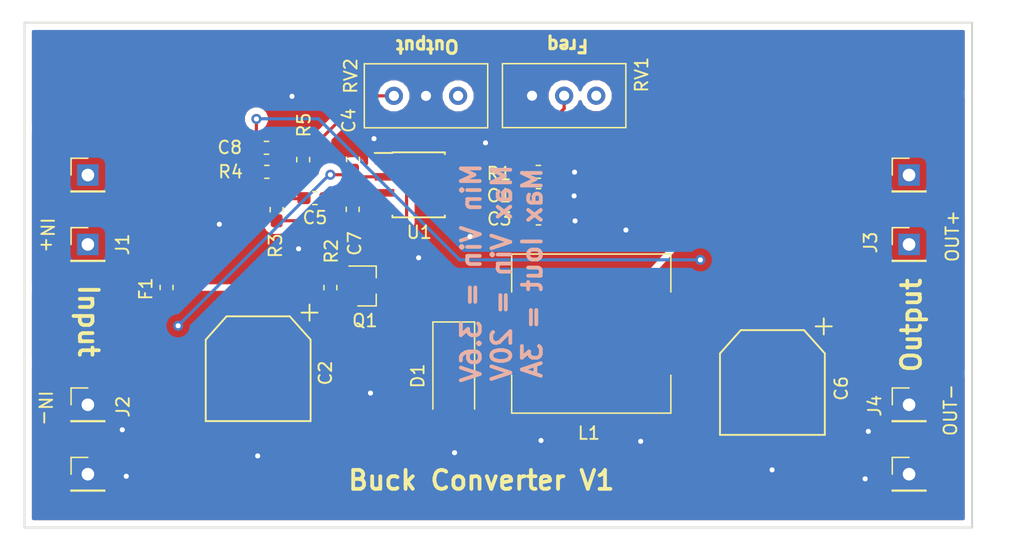
<source format=kicad_pcb>
(kicad_pcb (version 20171130) (host pcbnew 5.0.2-bee76a0~70~ubuntu18.04.1)

  (general
    (thickness 1.6)
    (drawings 10)
    (tracks 85)
    (zones 0)
    (modules 28)
    (nets 16)
  )

  (page A4)
  (layers
    (0 F.Cu signal)
    (31 B.Cu signal)
    (32 B.Adhes user)
    (33 F.Adhes user)
    (34 B.Paste user)
    (35 F.Paste user)
    (36 B.SilkS user hide)
    (37 F.SilkS user)
    (38 B.Mask user)
    (39 F.Mask user)
    (40 Dwgs.User user)
    (41 Cmts.User user)
    (42 Eco1.User user)
    (43 Eco2.User user)
    (44 Edge.Cuts user)
    (45 Margin user)
    (46 B.CrtYd user)
    (47 F.CrtYd user)
    (48 B.Fab user)
    (49 F.Fab user hide)
  )

  (setup
    (last_trace_width 0.25)
    (trace_clearance 0.2)
    (zone_clearance 0.508)
    (zone_45_only no)
    (trace_min 0.2)
    (segment_width 0.2)
    (edge_width 0.15)
    (via_size 0.8)
    (via_drill 0.4)
    (via_min_size 0.4)
    (via_min_drill 0.3)
    (uvia_size 0.3)
    (uvia_drill 0.1)
    (uvias_allowed no)
    (uvia_min_size 0.2)
    (uvia_min_drill 0.1)
    (pcb_text_width 0.3)
    (pcb_text_size 1.5 1.5)
    (mod_edge_width 0.15)
    (mod_text_size 1 1)
    (mod_text_width 0.15)
    (pad_size 1.7 1.7)
    (pad_drill 1)
    (pad_to_mask_clearance 0.051)
    (solder_mask_min_width 0.25)
    (aux_axis_origin 0 0)
    (visible_elements FFFFFF7F)
    (pcbplotparams
      (layerselection 0x010fc_ffffffff)
      (usegerberextensions false)
      (usegerberattributes false)
      (usegerberadvancedattributes false)
      (creategerberjobfile false)
      (excludeedgelayer true)
      (linewidth 0.100000)
      (plotframeref false)
      (viasonmask false)
      (mode 1)
      (useauxorigin false)
      (hpglpennumber 1)
      (hpglpenspeed 20)
      (hpglpendiameter 15.000000)
      (psnegative false)
      (psa4output false)
      (plotreference true)
      (plotvalue true)
      (plotinvisibletext false)
      (padsonsilk false)
      (subtractmaskfromsilk false)
      (outputformat 1)
      (mirror false)
      (drillshape 1)
      (scaleselection 1)
      (outputdirectory ""))
  )

  (net 0 "")
  (net 1 "Net-(C1-Pad1)")
  (net 2 GND)
  (net 3 Vin)
  (net 4 "Net-(C3-Pad2)")
  (net 5 "Net-(C5-Pad1)")
  (net 6 "Net-(C5-Pad2)")
  (net 7 Vout)
  (net 8 "Net-(C7-Pad1)")
  (net 9 "Net-(C8-Pad2)")
  (net 10 "Net-(D1-Pad1)")
  (net 11 "Net-(F1-Pad2)")
  (net 12 P_DRIVE)
  (net 13 "Net-(RV1-Pad2)")
  (net 14 "Net-(RV1-Pad3)")
  (net 15 "Net-(RV2-Pad3)")

  (net_class Default "This is the default net class."
    (clearance 0.2)
    (trace_width 0.25)
    (via_dia 0.8)
    (via_drill 0.4)
    (uvia_dia 0.3)
    (uvia_drill 0.1)
    (add_net GND)
    (add_net "Net-(C1-Pad1)")
    (add_net "Net-(C3-Pad2)")
    (add_net "Net-(C5-Pad1)")
    (add_net "Net-(C5-Pad2)")
    (add_net "Net-(C7-Pad1)")
    (add_net "Net-(C8-Pad2)")
    (add_net "Net-(D1-Pad1)")
    (add_net "Net-(F1-Pad2)")
    (add_net "Net-(RV1-Pad2)")
    (add_net "Net-(RV1-Pad3)")
    (add_net "Net-(RV2-Pad3)")
    (add_net P_DRIVE)
    (add_net Vin)
    (add_net Vout)
  )

  (module Connector_PinHeader_2.54mm:PinHeader_1x01_P2.54mm_Vertical (layer F.Cu) (tedit 5C2312B0) (tstamp 5C3D9FBB)
    (at 178.8 80.3)
    (descr "Through hole straight pin header, 1x01, 2.54mm pitch, single row")
    (tags "Through hole pin header THT 1x01 2.54mm single row")
    (fp_text reference OUT+ (at 3.429 4.8387 90 unlocked) (layer F.SilkS)
      (effects (font (size 1 1) (thickness 0.15)))
    )
    (fp_text value PinHeader_1x01_P2.54mm_Vertical (at 0 2.33) (layer F.Fab)
      (effects (font (size 1 1) (thickness 0.15)))
    )
    (fp_line (start -0.635 -1.27) (end 1.27 -1.27) (layer F.Fab) (width 0.1))
    (fp_line (start 1.27 -1.27) (end 1.27 1.27) (layer F.Fab) (width 0.1))
    (fp_line (start 1.27 1.27) (end -1.27 1.27) (layer F.Fab) (width 0.1))
    (fp_line (start -1.27 1.27) (end -1.27 -0.635) (layer F.Fab) (width 0.1))
    (fp_line (start -1.27 -0.635) (end -0.635 -1.27) (layer F.Fab) (width 0.1))
    (fp_line (start -1.33 1.33) (end 1.33 1.33) (layer F.SilkS) (width 0.12))
    (fp_line (start -1.33 1.27) (end -1.33 1.33) (layer F.SilkS) (width 0.12))
    (fp_line (start 1.33 1.27) (end 1.33 1.33) (layer F.SilkS) (width 0.12))
    (fp_line (start -1.33 1.27) (end 1.33 1.27) (layer F.SilkS) (width 0.12))
    (fp_line (start -1.33 0) (end -1.33 -1.33) (layer F.SilkS) (width 0.12))
    (fp_line (start -1.33 -1.33) (end 0 -1.33) (layer F.SilkS) (width 0.12))
    (fp_line (start -1.8 -1.8) (end -1.8 1.8) (layer F.CrtYd) (width 0.05))
    (fp_line (start -1.8 1.8) (end 1.8 1.8) (layer F.CrtYd) (width 0.05))
    (fp_line (start 1.8 1.8) (end 1.8 -1.8) (layer F.CrtYd) (width 0.05))
    (fp_line (start 1.8 -1.8) (end -1.8 -1.8) (layer F.CrtYd) (width 0.05))
    (fp_text user %R (at 0 0 90) (layer F.Fab)
      (effects (font (size 1 1) (thickness 0.15)))
    )
    (pad 1 thru_hole rect (at 0 0) (size 1.7 1.7) (drill 1) (layers *.Cu *.Mask)
      (net 7 Vout))
    (model ${KISYS3DMOD}/Connector_PinHeader_2.54mm.3dshapes/PinHeader_1x01_P2.54mm_Vertical.wrl
      (at (xyz 0 0 0))
      (scale (xyz 1 1 1))
      (rotate (xyz 0 0 0))
    )
  )

  (module Connector_PinHeader_2.54mm:PinHeader_1x01_P2.54mm_Vertical (layer F.Cu) (tedit 5C2312AA) (tstamp 5C3D9F93)
    (at 178.8 104)
    (descr "Through hole straight pin header, 1x01, 2.54mm pitch, single row")
    (tags "Through hole pin header THT 1x01 2.54mm single row")
    (fp_text reference OUT- (at 3.2766 -5.08 90 unlocked) (layer F.SilkS)
      (effects (font (size 1 1) (thickness 0.15)))
    )
    (fp_text value PinHeader_1x01_P2.54mm_Vertical (at 0 2.33) (layer F.Fab)
      (effects (font (size 1 1) (thickness 0.15)))
    )
    (fp_text user %R (at 0 0 90) (layer F.Fab)
      (effects (font (size 1 1) (thickness 0.15)))
    )
    (fp_line (start 1.8 -1.8) (end -1.8 -1.8) (layer F.CrtYd) (width 0.05))
    (fp_line (start 1.8 1.8) (end 1.8 -1.8) (layer F.CrtYd) (width 0.05))
    (fp_line (start -1.8 1.8) (end 1.8 1.8) (layer F.CrtYd) (width 0.05))
    (fp_line (start -1.8 -1.8) (end -1.8 1.8) (layer F.CrtYd) (width 0.05))
    (fp_line (start -1.33 -1.33) (end 0 -1.33) (layer F.SilkS) (width 0.12))
    (fp_line (start -1.33 0) (end -1.33 -1.33) (layer F.SilkS) (width 0.12))
    (fp_line (start -1.33 1.27) (end 1.33 1.27) (layer F.SilkS) (width 0.12))
    (fp_line (start 1.33 1.27) (end 1.33 1.33) (layer F.SilkS) (width 0.12))
    (fp_line (start -1.33 1.27) (end -1.33 1.33) (layer F.SilkS) (width 0.12))
    (fp_line (start -1.33 1.33) (end 1.33 1.33) (layer F.SilkS) (width 0.12))
    (fp_line (start -1.27 -0.635) (end -0.635 -1.27) (layer F.Fab) (width 0.1))
    (fp_line (start -1.27 1.27) (end -1.27 -0.635) (layer F.Fab) (width 0.1))
    (fp_line (start 1.27 1.27) (end -1.27 1.27) (layer F.Fab) (width 0.1))
    (fp_line (start 1.27 -1.27) (end 1.27 1.27) (layer F.Fab) (width 0.1))
    (fp_line (start -0.635 -1.27) (end 1.27 -1.27) (layer F.Fab) (width 0.1))
    (pad 1 thru_hole rect (at 0 0) (size 1.7 1.7) (drill 1) (layers *.Cu *.Mask)
      (net 2 GND))
    (model ${KISYS3DMOD}/Connector_PinHeader_2.54mm.3dshapes/PinHeader_1x01_P2.54mm_Vertical.wrl
      (at (xyz 0 0 0))
      (scale (xyz 1 1 1))
      (rotate (xyz 0 0 0))
    )
  )

  (module Connector_PinHeader_2.54mm:PinHeader_1x01_P2.54mm_Vertical (layer F.Cu) (tedit 5C2312A3) (tstamp 5C3D9F6B)
    (at 113.8 104)
    (descr "Through hole straight pin header, 1x01, 2.54mm pitch, single row")
    (tags "Through hole pin header THT 1x01 2.54mm single row")
    (fp_text reference IN- (at -3.3782 -5.2324 270 unlocked) (layer F.SilkS)
      (effects (font (size 1 1) (thickness 0.15)))
    )
    (fp_text value PinHeader_1x01_P2.54mm_Vertical (at 0 2.33) (layer F.Fab)
      (effects (font (size 1 1) (thickness 0.15)))
    )
    (fp_line (start -0.635 -1.27) (end 1.27 -1.27) (layer F.Fab) (width 0.1))
    (fp_line (start 1.27 -1.27) (end 1.27 1.27) (layer F.Fab) (width 0.1))
    (fp_line (start 1.27 1.27) (end -1.27 1.27) (layer F.Fab) (width 0.1))
    (fp_line (start -1.27 1.27) (end -1.27 -0.635) (layer F.Fab) (width 0.1))
    (fp_line (start -1.27 -0.635) (end -0.635 -1.27) (layer F.Fab) (width 0.1))
    (fp_line (start -1.33 1.33) (end 1.33 1.33) (layer F.SilkS) (width 0.12))
    (fp_line (start -1.33 1.27) (end -1.33 1.33) (layer F.SilkS) (width 0.12))
    (fp_line (start 1.33 1.27) (end 1.33 1.33) (layer F.SilkS) (width 0.12))
    (fp_line (start -1.33 1.27) (end 1.33 1.27) (layer F.SilkS) (width 0.12))
    (fp_line (start -1.33 0) (end -1.33 -1.33) (layer F.SilkS) (width 0.12))
    (fp_line (start -1.33 -1.33) (end 0 -1.33) (layer F.SilkS) (width 0.12))
    (fp_line (start -1.8 -1.8) (end -1.8 1.8) (layer F.CrtYd) (width 0.05))
    (fp_line (start -1.8 1.8) (end 1.8 1.8) (layer F.CrtYd) (width 0.05))
    (fp_line (start 1.8 1.8) (end 1.8 -1.8) (layer F.CrtYd) (width 0.05))
    (fp_line (start 1.8 -1.8) (end -1.8 -1.8) (layer F.CrtYd) (width 0.05))
    (fp_text user %R (at 0 0 90) (layer F.Fab)
      (effects (font (size 1 1) (thickness 0.15)))
    )
    (pad 1 thru_hole rect (at 0 0) (size 1.7 1.7) (drill 1) (layers *.Cu *.Mask)
      (net 2 GND))
    (model ${KISYS3DMOD}/Connector_PinHeader_2.54mm.3dshapes/PinHeader_1x01_P2.54mm_Vertical.wrl
      (at (xyz 0 0 0))
      (scale (xyz 1 1 1))
      (rotate (xyz 0 0 0))
    )
  )

  (module Capacitor_SMD:C_0603_1608Metric_Pad1.05x0.95mm_HandSolder (layer F.Cu) (tedit 5B301BBE) (tstamp 5C3DB3DA)
    (at 149.4663 81.8896)
    (descr "Capacitor SMD 0603 (1608 Metric), square (rectangular) end terminal, IPC_7351 nominal with elongated pad for handsoldering. (Body size source: http://www.tortai-tech.com/upload/download/2011102023233369053.pdf), generated with kicad-footprint-generator")
    (tags "capacitor handsolder")
    (path /5C18AA6D)
    (attr smd)
    (fp_text reference C1 (at -3.1242 0.0508) (layer F.SilkS)
      (effects (font (size 1 1) (thickness 0.15)))
    )
    (fp_text value 0.1uF (at 0 1.43) (layer F.Fab)
      (effects (font (size 1 1) (thickness 0.15)))
    )
    (fp_line (start -0.8 0.4) (end -0.8 -0.4) (layer F.Fab) (width 0.1))
    (fp_line (start -0.8 -0.4) (end 0.8 -0.4) (layer F.Fab) (width 0.1))
    (fp_line (start 0.8 -0.4) (end 0.8 0.4) (layer F.Fab) (width 0.1))
    (fp_line (start 0.8 0.4) (end -0.8 0.4) (layer F.Fab) (width 0.1))
    (fp_line (start -0.171267 -0.51) (end 0.171267 -0.51) (layer F.SilkS) (width 0.12))
    (fp_line (start -0.171267 0.51) (end 0.171267 0.51) (layer F.SilkS) (width 0.12))
    (fp_line (start -1.65 0.73) (end -1.65 -0.73) (layer F.CrtYd) (width 0.05))
    (fp_line (start -1.65 -0.73) (end 1.65 -0.73) (layer F.CrtYd) (width 0.05))
    (fp_line (start 1.65 -0.73) (end 1.65 0.73) (layer F.CrtYd) (width 0.05))
    (fp_line (start 1.65 0.73) (end -1.65 0.73) (layer F.CrtYd) (width 0.05))
    (fp_text user %R (at 0 0) (layer F.Fab)
      (effects (font (size 0.4 0.4) (thickness 0.06)))
    )
    (pad 1 smd roundrect (at -0.875 0) (size 1.05 0.95) (layers F.Cu F.Paste F.Mask) (roundrect_rratio 0.25)
      (net 1 "Net-(C1-Pad1)"))
    (pad 2 smd roundrect (at 0.875 0) (size 1.05 0.95) (layers F.Cu F.Paste F.Mask) (roundrect_rratio 0.25)
      (net 2 GND))
    (model ${KISYS3DMOD}/Capacitor_SMD.3dshapes/C_0603_1608Metric.wrl
      (at (xyz 0 0 0))
      (scale (xyz 1 1 1))
      (rotate (xyz 0 0 0))
    )
  )

  (module Custom_Footprints:C_AlPo_Radial_SMT_8.3mmx8.3mm (layer F.Cu) (tedit 5C22F150) (tstamp 5C3BE0BE)
    (at 127.2794 95.6437 270)
    (path /5C185AC1)
    (fp_text reference C2 (at 0.3429 -5.3213 270) (layer F.SilkS)
      (effects (font (size 1 1) (thickness 0.15)))
    )
    (fp_text value 180uF (at 0 -8.501 270) (layer F.Fab)
      (effects (font (size 1 1) (thickness 0.15)))
    )
    (fp_line (start -4.15 -2.5) (end -4.15 2.5) (layer F.SilkS) (width 0.15))
    (fp_line (start -2.3 4.15) (end 4.15 4.15) (layer F.SilkS) (width 0.15))
    (fp_line (start 4.15 4.15) (end 4.15 -4.15) (layer F.SilkS) (width 0.15))
    (fp_line (start 4.15 -4.15) (end -2.3 -4.15) (layer F.SilkS) (width 0.15))
    (fp_line (start -4.15 -2.5) (end -2.3 -4.15) (layer F.SilkS) (width 0.15))
    (fp_line (start -4.15 2.5) (end -2.3 4.15) (layer F.SilkS) (width 0.15))
    (fp_line (start -4.445 -4.699) (end -4.445 -3.429) (layer F.SilkS) (width 0.15))
    (fp_line (start -5.08 -4.064) (end -3.81 -4.064) (layer F.SilkS) (width 0.15))
    (fp_circle (center 0 0) (end 4 0) (layer F.Fab) (width 0.15))
    (fp_line (start -4.953 -3.937) (end -3.683 -3.937) (layer F.Fab) (width 0.15))
    (fp_line (start -4.318 -4.572) (end -4.318 -3.302) (layer F.Fab) (width 0.15))
    (fp_line (start -4.15 -2.414) (end -2.3 -4.064) (layer F.Fab) (width 0.15))
    (fp_line (start 4.064 -4.064) (end -2.286 -4.064) (layer F.Fab) (width 0.15))
    (fp_line (start 4.064 4.064) (end 4.064 -4.064) (layer F.Fab) (width 0.15))
    (fp_line (start -2.386 4.064) (end 4.064 4.064) (layer F.Fab) (width 0.15))
    (fp_line (start -4.136 2.414) (end -2.286 4.064) (layer F.Fab) (width 0.15))
    (fp_line (start -4.064 -2.5) (end -4.064 2.5) (layer F.Fab) (width 0.15))
    (pad 1 smd rect (at -3.5 0 270) (size 4.2 1.9) (layers F.Cu F.Paste F.Mask)
      (net 3 Vin))
    (pad 2 smd rect (at 3.5 0 270) (size 4.2 1.9) (layers F.Cu F.Paste F.Mask)
      (net 2 GND))
  )

  (module Capacitor_SMD:C_0603_1608Metric_Pad1.05x0.95mm_HandSolder (layer F.Cu) (tedit 5B301BBE) (tstamp 5C3DB5F3)
    (at 149.4663 83.7438 180)
    (descr "Capacitor SMD 0603 (1608 Metric), square (rectangular) end terminal, IPC_7351 nominal with elongated pad for handsoldering. (Body size source: http://www.tortai-tech.com/upload/download/2011102023233369053.pdf), generated with kicad-footprint-generator")
    (tags "capacitor handsolder")
    (path /5C189F25)
    (attr smd)
    (fp_text reference C3 (at 3.0988 -0.0381 180) (layer F.SilkS)
      (effects (font (size 1 1) (thickness 0.15)))
    )
    (fp_text value 1uF (at 0 1.43 180) (layer F.Fab)
      (effects (font (size 1 1) (thickness 0.15)))
    )
    (fp_text user %R (at 0 0 180) (layer F.Fab)
      (effects (font (size 0.4 0.4) (thickness 0.06)))
    )
    (fp_line (start 1.65 0.73) (end -1.65 0.73) (layer F.CrtYd) (width 0.05))
    (fp_line (start 1.65 -0.73) (end 1.65 0.73) (layer F.CrtYd) (width 0.05))
    (fp_line (start -1.65 -0.73) (end 1.65 -0.73) (layer F.CrtYd) (width 0.05))
    (fp_line (start -1.65 0.73) (end -1.65 -0.73) (layer F.CrtYd) (width 0.05))
    (fp_line (start -0.171267 0.51) (end 0.171267 0.51) (layer F.SilkS) (width 0.12))
    (fp_line (start -0.171267 -0.51) (end 0.171267 -0.51) (layer F.SilkS) (width 0.12))
    (fp_line (start 0.8 0.4) (end -0.8 0.4) (layer F.Fab) (width 0.1))
    (fp_line (start 0.8 -0.4) (end 0.8 0.4) (layer F.Fab) (width 0.1))
    (fp_line (start -0.8 -0.4) (end 0.8 -0.4) (layer F.Fab) (width 0.1))
    (fp_line (start -0.8 0.4) (end -0.8 -0.4) (layer F.Fab) (width 0.1))
    (pad 2 smd roundrect (at 0.875 0 180) (size 1.05 0.95) (layers F.Cu F.Paste F.Mask) (roundrect_rratio 0.25)
      (net 4 "Net-(C3-Pad2)"))
    (pad 1 smd roundrect (at -0.875 0 180) (size 1.05 0.95) (layers F.Cu F.Paste F.Mask) (roundrect_rratio 0.25)
      (net 2 GND))
    (model ${KISYS3DMOD}/Capacitor_SMD.3dshapes/C_0603_1608Metric.wrl
      (at (xyz 0 0 0))
      (scale (xyz 1 1 1))
      (rotate (xyz 0 0 0))
    )
  )

  (module Capacitor_SMD:C_0603_1608Metric_Pad1.05x0.95mm_HandSolder (layer F.Cu) (tedit 5B301BBE) (tstamp 5C3DB368)
    (at 134.7851 79.0575 90)
    (descr "Capacitor SMD 0603 (1608 Metric), square (rectangular) end terminal, IPC_7351 nominal with elongated pad for handsoldering. (Body size source: http://www.tortai-tech.com/upload/download/2011102023233369053.pdf), generated with kicad-footprint-generator")
    (tags "capacitor handsolder")
    (path /5C189AEC)
    (attr smd)
    (fp_text reference C4 (at 3.0734 -0.3302 90) (layer F.SilkS)
      (effects (font (size 1 1) (thickness 0.15)))
    )
    (fp_text value 0.1uF (at 0 1.43 90) (layer F.Fab)
      (effects (font (size 1 1) (thickness 0.15)))
    )
    (fp_text user %R (at 0 0 90) (layer F.Fab)
      (effects (font (size 0.4 0.4) (thickness 0.06)))
    )
    (fp_line (start 1.65 0.73) (end -1.65 0.73) (layer F.CrtYd) (width 0.05))
    (fp_line (start 1.65 -0.73) (end 1.65 0.73) (layer F.CrtYd) (width 0.05))
    (fp_line (start -1.65 -0.73) (end 1.65 -0.73) (layer F.CrtYd) (width 0.05))
    (fp_line (start -1.65 0.73) (end -1.65 -0.73) (layer F.CrtYd) (width 0.05))
    (fp_line (start -0.171267 0.51) (end 0.171267 0.51) (layer F.SilkS) (width 0.12))
    (fp_line (start -0.171267 -0.51) (end 0.171267 -0.51) (layer F.SilkS) (width 0.12))
    (fp_line (start 0.8 0.4) (end -0.8 0.4) (layer F.Fab) (width 0.1))
    (fp_line (start 0.8 -0.4) (end 0.8 0.4) (layer F.Fab) (width 0.1))
    (fp_line (start -0.8 -0.4) (end 0.8 -0.4) (layer F.Fab) (width 0.1))
    (fp_line (start -0.8 0.4) (end -0.8 -0.4) (layer F.Fab) (width 0.1))
    (pad 2 smd roundrect (at 0.875 0 90) (size 1.05 0.95) (layers F.Cu F.Paste F.Mask) (roundrect_rratio 0.25)
      (net 2 GND))
    (pad 1 smd roundrect (at -0.875 0 90) (size 1.05 0.95) (layers F.Cu F.Paste F.Mask) (roundrect_rratio 0.25)
      (net 3 Vin))
    (model ${KISYS3DMOD}/Capacitor_SMD.3dshapes/C_0603_1608Metric.wrl
      (at (xyz 0 0 0))
      (scale (xyz 1 1 1))
      (rotate (xyz 0 0 0))
    )
  )

  (module Capacitor_SMD:C_0603_1608Metric_Pad1.05x0.95mm_HandSolder (layer F.Cu) (tedit 5B301BBE) (tstamp 5C3DB4EE)
    (at 131.7752 82.1309)
    (descr "Capacitor SMD 0603 (1608 Metric), square (rectangular) end terminal, IPC_7351 nominal with elongated pad for handsoldering. (Body size source: http://www.tortai-tech.com/upload/download/2011102023233369053.pdf), generated with kicad-footprint-generator")
    (tags "capacitor handsolder")
    (path /5C18EEC7)
    (attr smd)
    (fp_text reference C5 (at 0 1.5494) (layer F.SilkS)
      (effects (font (size 1 1) (thickness 0.15)))
    )
    (fp_text value 6.8nF (at 0 1.43) (layer F.Fab)
      (effects (font (size 1 1) (thickness 0.15)))
    )
    (fp_line (start -0.8 0.4) (end -0.8 -0.4) (layer F.Fab) (width 0.1))
    (fp_line (start -0.8 -0.4) (end 0.8 -0.4) (layer F.Fab) (width 0.1))
    (fp_line (start 0.8 -0.4) (end 0.8 0.4) (layer F.Fab) (width 0.1))
    (fp_line (start 0.8 0.4) (end -0.8 0.4) (layer F.Fab) (width 0.1))
    (fp_line (start -0.171267 -0.51) (end 0.171267 -0.51) (layer F.SilkS) (width 0.12))
    (fp_line (start -0.171267 0.51) (end 0.171267 0.51) (layer F.SilkS) (width 0.12))
    (fp_line (start -1.65 0.73) (end -1.65 -0.73) (layer F.CrtYd) (width 0.05))
    (fp_line (start -1.65 -0.73) (end 1.65 -0.73) (layer F.CrtYd) (width 0.05))
    (fp_line (start 1.65 -0.73) (end 1.65 0.73) (layer F.CrtYd) (width 0.05))
    (fp_line (start 1.65 0.73) (end -1.65 0.73) (layer F.CrtYd) (width 0.05))
    (fp_text user %R (at 0 0) (layer F.Fab)
      (effects (font (size 0.4 0.4) (thickness 0.06)))
    )
    (pad 1 smd roundrect (at -0.875 0) (size 1.05 0.95) (layers F.Cu F.Paste F.Mask) (roundrect_rratio 0.25)
      (net 5 "Net-(C5-Pad1)"))
    (pad 2 smd roundrect (at 0.875 0) (size 1.05 0.95) (layers F.Cu F.Paste F.Mask) (roundrect_rratio 0.25)
      (net 6 "Net-(C5-Pad2)"))
    (model ${KISYS3DMOD}/Capacitor_SMD.3dshapes/C_0603_1608Metric.wrl
      (at (xyz 0 0 0))
      (scale (xyz 1 1 1))
      (rotate (xyz 0 0 0))
    )
  )

  (module Custom_Footprints:C_AlPo_Radial_SMT_8.3mmx8.3mm (layer F.Cu) (tedit 5C22F150) (tstamp 5C3BE108)
    (at 167.9829 96.7359 270)
    (path /5C184B5B)
    (fp_text reference C6 (at 0.4699 -5.4483 270) (layer F.SilkS)
      (effects (font (size 1 1) (thickness 0.15)))
    )
    (fp_text value 180uF (at 0 -8.501 270) (layer F.Fab)
      (effects (font (size 1 1) (thickness 0.15)))
    )
    (fp_line (start -4.064 -2.5) (end -4.064 2.5) (layer F.Fab) (width 0.15))
    (fp_line (start -4.136 2.414) (end -2.286 4.064) (layer F.Fab) (width 0.15))
    (fp_line (start -2.386 4.064) (end 4.064 4.064) (layer F.Fab) (width 0.15))
    (fp_line (start 4.064 4.064) (end 4.064 -4.064) (layer F.Fab) (width 0.15))
    (fp_line (start 4.064 -4.064) (end -2.286 -4.064) (layer F.Fab) (width 0.15))
    (fp_line (start -4.15 -2.414) (end -2.3 -4.064) (layer F.Fab) (width 0.15))
    (fp_line (start -4.318 -4.572) (end -4.318 -3.302) (layer F.Fab) (width 0.15))
    (fp_line (start -4.953 -3.937) (end -3.683 -3.937) (layer F.Fab) (width 0.15))
    (fp_circle (center 0 0) (end 4 0) (layer F.Fab) (width 0.15))
    (fp_line (start -5.08 -4.064) (end -3.81 -4.064) (layer F.SilkS) (width 0.15))
    (fp_line (start -4.445 -4.699) (end -4.445 -3.429) (layer F.SilkS) (width 0.15))
    (fp_line (start -4.15 2.5) (end -2.3 4.15) (layer F.SilkS) (width 0.15))
    (fp_line (start -4.15 -2.5) (end -2.3 -4.15) (layer F.SilkS) (width 0.15))
    (fp_line (start 4.15 -4.15) (end -2.3 -4.15) (layer F.SilkS) (width 0.15))
    (fp_line (start 4.15 4.15) (end 4.15 -4.15) (layer F.SilkS) (width 0.15))
    (fp_line (start -2.3 4.15) (end 4.15 4.15) (layer F.SilkS) (width 0.15))
    (fp_line (start -4.15 -2.5) (end -4.15 2.5) (layer F.SilkS) (width 0.15))
    (pad 2 smd rect (at 3.5 0 270) (size 4.2 1.9) (layers F.Cu F.Paste F.Mask)
      (net 2 GND))
    (pad 1 smd rect (at -3.5 0 270) (size 4.2 1.9) (layers F.Cu F.Paste F.Mask)
      (net 7 Vout))
  )

  (module Capacitor_SMD:C_0603_1608Metric_Pad1.05x0.95mm_HandSolder (layer F.Cu) (tedit 5B301BBE) (tstamp 5C3DB43A)
    (at 134.7597 83.0199 90)
    (descr "Capacitor SMD 0603 (1608 Metric), square (rectangular) end terminal, IPC_7351 nominal with elongated pad for handsoldering. (Body size source: http://www.tortai-tech.com/upload/download/2011102023233369053.pdf), generated with kicad-footprint-generator")
    (tags "capacitor handsolder")
    (path /5C18EDFA)
    (attr smd)
    (fp_text reference C7 (at -2.7051 0.1524 90) (layer F.SilkS)
      (effects (font (size 1 1) (thickness 0.15)))
    )
    (fp_text value 68pF (at 0 1.43 90) (layer F.Fab)
      (effects (font (size 1 1) (thickness 0.15)))
    )
    (fp_text user %R (at 0 0 90) (layer F.Fab)
      (effects (font (size 0.4 0.4) (thickness 0.06)))
    )
    (fp_line (start 1.65 0.73) (end -1.65 0.73) (layer F.CrtYd) (width 0.05))
    (fp_line (start 1.65 -0.73) (end 1.65 0.73) (layer F.CrtYd) (width 0.05))
    (fp_line (start -1.65 -0.73) (end 1.65 -0.73) (layer F.CrtYd) (width 0.05))
    (fp_line (start -1.65 0.73) (end -1.65 -0.73) (layer F.CrtYd) (width 0.05))
    (fp_line (start -0.171267 0.51) (end 0.171267 0.51) (layer F.SilkS) (width 0.12))
    (fp_line (start -0.171267 -0.51) (end 0.171267 -0.51) (layer F.SilkS) (width 0.12))
    (fp_line (start 0.8 0.4) (end -0.8 0.4) (layer F.Fab) (width 0.1))
    (fp_line (start 0.8 -0.4) (end 0.8 0.4) (layer F.Fab) (width 0.1))
    (fp_line (start -0.8 -0.4) (end 0.8 -0.4) (layer F.Fab) (width 0.1))
    (fp_line (start -0.8 0.4) (end -0.8 -0.4) (layer F.Fab) (width 0.1))
    (pad 2 smd roundrect (at 0.875 0 90) (size 1.05 0.95) (layers F.Cu F.Paste F.Mask) (roundrect_rratio 0.25)
      (net 6 "Net-(C5-Pad2)"))
    (pad 1 smd roundrect (at -0.875 0 90) (size 1.05 0.95) (layers F.Cu F.Paste F.Mask) (roundrect_rratio 0.25)
      (net 8 "Net-(C7-Pad1)"))
    (model ${KISYS3DMOD}/Capacitor_SMD.3dshapes/C_0603_1608Metric.wrl
      (at (xyz 0 0 0))
      (scale (xyz 1 1 1))
      (rotate (xyz 0 0 0))
    )
  )

  (module Capacitor_SMD:C_0603_1608Metric_Pad1.05x0.95mm_HandSolder (layer F.Cu) (tedit 5B301BBE) (tstamp 5C3DB40A)
    (at 127.9398 78.1431)
    (descr "Capacitor SMD 0603 (1608 Metric), square (rectangular) end terminal, IPC_7351 nominal with elongated pad for handsoldering. (Body size source: http://www.tortai-tech.com/upload/download/2011102023233369053.pdf), generated with kicad-footprint-generator")
    (tags "capacitor handsolder")
    (path /5C234340)
    (attr smd)
    (fp_text reference C8 (at -2.9083 -0.0254) (layer F.SilkS)
      (effects (font (size 1 1) (thickness 0.15)))
    )
    (fp_text value 4.7nF (at 0 1.43) (layer F.Fab)
      (effects (font (size 1 1) (thickness 0.15)))
    )
    (fp_line (start -0.8 0.4) (end -0.8 -0.4) (layer F.Fab) (width 0.1))
    (fp_line (start -0.8 -0.4) (end 0.8 -0.4) (layer F.Fab) (width 0.1))
    (fp_line (start 0.8 -0.4) (end 0.8 0.4) (layer F.Fab) (width 0.1))
    (fp_line (start 0.8 0.4) (end -0.8 0.4) (layer F.Fab) (width 0.1))
    (fp_line (start -0.171267 -0.51) (end 0.171267 -0.51) (layer F.SilkS) (width 0.12))
    (fp_line (start -0.171267 0.51) (end 0.171267 0.51) (layer F.SilkS) (width 0.12))
    (fp_line (start -1.65 0.73) (end -1.65 -0.73) (layer F.CrtYd) (width 0.05))
    (fp_line (start -1.65 -0.73) (end 1.65 -0.73) (layer F.CrtYd) (width 0.05))
    (fp_line (start 1.65 -0.73) (end 1.65 0.73) (layer F.CrtYd) (width 0.05))
    (fp_line (start 1.65 0.73) (end -1.65 0.73) (layer F.CrtYd) (width 0.05))
    (fp_text user %R (at 0 0) (layer F.Fab)
      (effects (font (size 0.4 0.4) (thickness 0.06)))
    )
    (pad 1 smd roundrect (at -0.875 0) (size 1.05 0.95) (layers F.Cu F.Paste F.Mask) (roundrect_rratio 0.25)
      (net 7 Vout))
    (pad 2 smd roundrect (at 0.875 0) (size 1.05 0.95) (layers F.Cu F.Paste F.Mask) (roundrect_rratio 0.25)
      (net 9 "Net-(C8-Pad2)"))
    (model ${KISYS3DMOD}/Capacitor_SMD.3dshapes/C_0603_1608Metric.wrl
      (at (xyz 0 0 0))
      (scale (xyz 1 1 1))
      (rotate (xyz 0 0 0))
    )
  )

  (module Diode_SMD:D_SMA_Handsoldering (layer F.Cu) (tedit 58643398) (tstamp 5C3BE142)
    (at 142.7607 96.3422 270)
    (descr "Diode SMA (DO-214AC) Handsoldering")
    (tags "Diode SMA (DO-214AC) Handsoldering")
    (path /5C1F0F49)
    (attr smd)
    (fp_text reference D1 (at -0.127 2.8448 270) (layer F.SilkS)
      (effects (font (size 1 1) (thickness 0.15)))
    )
    (fp_text value NRVTSA4100ET3G (at 0 2.6 270) (layer F.Fab)
      (effects (font (size 1 1) (thickness 0.15)))
    )
    (fp_text user %R (at 0 -2.5 270) (layer F.Fab)
      (effects (font (size 1 1) (thickness 0.15)))
    )
    (fp_line (start -4.4 -1.65) (end -4.4 1.65) (layer F.SilkS) (width 0.12))
    (fp_line (start 2.3 1.5) (end -2.3 1.5) (layer F.Fab) (width 0.1))
    (fp_line (start -2.3 1.5) (end -2.3 -1.5) (layer F.Fab) (width 0.1))
    (fp_line (start 2.3 -1.5) (end 2.3 1.5) (layer F.Fab) (width 0.1))
    (fp_line (start 2.3 -1.5) (end -2.3 -1.5) (layer F.Fab) (width 0.1))
    (fp_line (start -4.5 -1.75) (end 4.5 -1.75) (layer F.CrtYd) (width 0.05))
    (fp_line (start 4.5 -1.75) (end 4.5 1.75) (layer F.CrtYd) (width 0.05))
    (fp_line (start 4.5 1.75) (end -4.5 1.75) (layer F.CrtYd) (width 0.05))
    (fp_line (start -4.5 1.75) (end -4.5 -1.75) (layer F.CrtYd) (width 0.05))
    (fp_line (start -0.64944 0.00102) (end -1.55114 0.00102) (layer F.Fab) (width 0.1))
    (fp_line (start 0.50118 0.00102) (end 1.4994 0.00102) (layer F.Fab) (width 0.1))
    (fp_line (start -0.64944 -0.79908) (end -0.64944 0.80112) (layer F.Fab) (width 0.1))
    (fp_line (start 0.50118 0.75032) (end 0.50118 -0.79908) (layer F.Fab) (width 0.1))
    (fp_line (start -0.64944 0.00102) (end 0.50118 0.75032) (layer F.Fab) (width 0.1))
    (fp_line (start -0.64944 0.00102) (end 0.50118 -0.79908) (layer F.Fab) (width 0.1))
    (fp_line (start -4.4 1.65) (end 2.5 1.65) (layer F.SilkS) (width 0.12))
    (fp_line (start -4.4 -1.65) (end 2.5 -1.65) (layer F.SilkS) (width 0.12))
    (pad 1 smd rect (at -2.5 0 270) (size 3.5 1.8) (layers F.Cu F.Paste F.Mask)
      (net 10 "Net-(D1-Pad1)"))
    (pad 2 smd rect (at 2.5 0 270) (size 3.5 1.8) (layers F.Cu F.Paste F.Mask)
      (net 2 GND))
    (model ${KISYS3DMOD}/Diode_SMD.3dshapes/D_SMA.wrl
      (at (xyz 0 0 0))
      (scale (xyz 1 1 1))
      (rotate (xyz 0 0 0))
    )
  )

  (module Fuse:Fuse_0603_1608Metric_Pad1.05x0.95mm_HandSolder (layer F.Cu) (tedit 5B301BBE) (tstamp 5C3BE153)
    (at 120.0277 89.2048 90)
    (descr "Fuse SMD 0603 (1608 Metric), square (rectangular) end terminal, IPC_7351 nominal with elongated pad for handsoldering. (Body size source: http://www.tortai-tech.com/upload/download/2011102023233369053.pdf), generated with kicad-footprint-generator")
    (tags "resistor handsolder")
    (path /5C24B97A)
    (attr smd)
    (fp_text reference F1 (at -0.1143 -1.6383 90) (layer F.SilkS)
      (effects (font (size 1 1) (thickness 0.15)))
    )
    (fp_text value Fuse (at 0 1.43 90) (layer F.Fab)
      (effects (font (size 1 1) (thickness 0.15)))
    )
    (fp_line (start -0.8 0.4) (end -0.8 -0.4) (layer F.Fab) (width 0.1))
    (fp_line (start -0.8 -0.4) (end 0.8 -0.4) (layer F.Fab) (width 0.1))
    (fp_line (start 0.8 -0.4) (end 0.8 0.4) (layer F.Fab) (width 0.1))
    (fp_line (start 0.8 0.4) (end -0.8 0.4) (layer F.Fab) (width 0.1))
    (fp_line (start -0.171267 -0.51) (end 0.171267 -0.51) (layer F.SilkS) (width 0.12))
    (fp_line (start -0.171267 0.51) (end 0.171267 0.51) (layer F.SilkS) (width 0.12))
    (fp_line (start -1.65 0.73) (end -1.65 -0.73) (layer F.CrtYd) (width 0.05))
    (fp_line (start -1.65 -0.73) (end 1.65 -0.73) (layer F.CrtYd) (width 0.05))
    (fp_line (start 1.65 -0.73) (end 1.65 0.73) (layer F.CrtYd) (width 0.05))
    (fp_line (start 1.65 0.73) (end -1.65 0.73) (layer F.CrtYd) (width 0.05))
    (fp_text user %R (at 0 0 90) (layer F.Fab)
      (effects (font (size 0.4 0.4) (thickness 0.06)))
    )
    (pad 1 smd roundrect (at -0.875 0 90) (size 1.05 0.95) (layers F.Cu F.Paste F.Mask) (roundrect_rratio 0.25)
      (net 3 Vin))
    (pad 2 smd roundrect (at 0.875 0 90) (size 1.05 0.95) (layers F.Cu F.Paste F.Mask) (roundrect_rratio 0.25)
      (net 11 "Net-(F1-Pad2)"))
    (model ${KISYS3DMOD}/Fuse.3dshapes/Fuse_0603_1608Metric.wrl
      (at (xyz 0 0 0))
      (scale (xyz 1 1 1))
      (rotate (xyz 0 0 0))
    )
  )

  (module Connector_PinHeader_2.54mm:PinHeader_1x01_P2.54mm_Vertical (layer F.Cu) (tedit 59FED5CC) (tstamp 5C3BE168)
    (at 113.8 85.8)
    (descr "Through hole straight pin header, 1x01, 2.54mm pitch, single row")
    (tags "Through hole pin header THT 1x01 2.54mm single row")
    (path /5C23F3CB)
    (fp_text reference J1 (at 2.7432 0 90) (layer F.SilkS)
      (effects (font (size 1 1) (thickness 0.15)))
    )
    (fp_text value Conn_01x01_Male (at 0 2.33) (layer F.Fab)
      (effects (font (size 1 1) (thickness 0.15)))
    )
    (fp_line (start -0.635 -1.27) (end 1.27 -1.27) (layer F.Fab) (width 0.1))
    (fp_line (start 1.27 -1.27) (end 1.27 1.27) (layer F.Fab) (width 0.1))
    (fp_line (start 1.27 1.27) (end -1.27 1.27) (layer F.Fab) (width 0.1))
    (fp_line (start -1.27 1.27) (end -1.27 -0.635) (layer F.Fab) (width 0.1))
    (fp_line (start -1.27 -0.635) (end -0.635 -1.27) (layer F.Fab) (width 0.1))
    (fp_line (start -1.33 1.33) (end 1.33 1.33) (layer F.SilkS) (width 0.12))
    (fp_line (start -1.33 1.27) (end -1.33 1.33) (layer F.SilkS) (width 0.12))
    (fp_line (start 1.33 1.27) (end 1.33 1.33) (layer F.SilkS) (width 0.12))
    (fp_line (start -1.33 1.27) (end 1.33 1.27) (layer F.SilkS) (width 0.12))
    (fp_line (start -1.33 0) (end -1.33 -1.33) (layer F.SilkS) (width 0.12))
    (fp_line (start -1.33 -1.33) (end 0 -1.33) (layer F.SilkS) (width 0.12))
    (fp_line (start -1.8 -1.8) (end -1.8 1.8) (layer F.CrtYd) (width 0.05))
    (fp_line (start -1.8 1.8) (end 1.8 1.8) (layer F.CrtYd) (width 0.05))
    (fp_line (start 1.8 1.8) (end 1.8 -1.8) (layer F.CrtYd) (width 0.05))
    (fp_line (start 1.8 -1.8) (end -1.8 -1.8) (layer F.CrtYd) (width 0.05))
    (fp_text user %R (at 0 0 90) (layer F.Fab)
      (effects (font (size 1 1) (thickness 0.15)))
    )
    (pad 1 thru_hole rect (at 0 0) (size 1.7 1.7) (drill 1) (layers *.Cu *.Mask)
      (net 11 "Net-(F1-Pad2)"))
    (model ${KISYS3DMOD}/Connector_PinHeader_2.54mm.3dshapes/PinHeader_1x01_P2.54mm_Vertical.wrl
      (at (xyz 0 0 0))
      (scale (xyz 1 1 1))
      (rotate (xyz 0 0 0))
    )
  )

  (module Connector_PinHeader_2.54mm:PinHeader_1x01_P2.54mm_Vertical (layer F.Cu) (tedit 59FED5CC) (tstamp 5C3BE17D)
    (at 113.8 98.5)
    (descr "Through hole straight pin header, 1x01, 2.54mm pitch, single row")
    (tags "Through hole pin header THT 1x01 2.54mm single row")
    (path /5C23F531)
    (fp_text reference J2 (at 2.7813 0.1524 270) (layer F.SilkS)
      (effects (font (size 1 1) (thickness 0.15)))
    )
    (fp_text value Conn_01x01_Male (at 0 2.33) (layer F.Fab)
      (effects (font (size 1 1) (thickness 0.15)))
    )
    (fp_text user %R (at 0 0 90) (layer F.Fab)
      (effects (font (size 1 1) (thickness 0.15)))
    )
    (fp_line (start 1.8 -1.8) (end -1.8 -1.8) (layer F.CrtYd) (width 0.05))
    (fp_line (start 1.8 1.8) (end 1.8 -1.8) (layer F.CrtYd) (width 0.05))
    (fp_line (start -1.8 1.8) (end 1.8 1.8) (layer F.CrtYd) (width 0.05))
    (fp_line (start -1.8 -1.8) (end -1.8 1.8) (layer F.CrtYd) (width 0.05))
    (fp_line (start -1.33 -1.33) (end 0 -1.33) (layer F.SilkS) (width 0.12))
    (fp_line (start -1.33 0) (end -1.33 -1.33) (layer F.SilkS) (width 0.12))
    (fp_line (start -1.33 1.27) (end 1.33 1.27) (layer F.SilkS) (width 0.12))
    (fp_line (start 1.33 1.27) (end 1.33 1.33) (layer F.SilkS) (width 0.12))
    (fp_line (start -1.33 1.27) (end -1.33 1.33) (layer F.SilkS) (width 0.12))
    (fp_line (start -1.33 1.33) (end 1.33 1.33) (layer F.SilkS) (width 0.12))
    (fp_line (start -1.27 -0.635) (end -0.635 -1.27) (layer F.Fab) (width 0.1))
    (fp_line (start -1.27 1.27) (end -1.27 -0.635) (layer F.Fab) (width 0.1))
    (fp_line (start 1.27 1.27) (end -1.27 1.27) (layer F.Fab) (width 0.1))
    (fp_line (start 1.27 -1.27) (end 1.27 1.27) (layer F.Fab) (width 0.1))
    (fp_line (start -0.635 -1.27) (end 1.27 -1.27) (layer F.Fab) (width 0.1))
    (pad 1 thru_hole rect (at 0 0) (size 1.7 1.7) (drill 1) (layers *.Cu *.Mask)
      (net 2 GND))
    (model ${KISYS3DMOD}/Connector_PinHeader_2.54mm.3dshapes/PinHeader_1x01_P2.54mm_Vertical.wrl
      (at (xyz 0 0 0))
      (scale (xyz 1 1 1))
      (rotate (xyz 0 0 0))
    )
  )

  (module Connector_PinHeader_2.54mm:PinHeader_1x01_P2.54mm_Vertical (layer F.Cu) (tedit 59FED5CC) (tstamp 5C3BE192)
    (at 178.8 85.8)
    (descr "Through hole straight pin header, 1x01, 2.54mm pitch, single row")
    (tags "Through hole pin header THT 1x01 2.54mm single row")
    (path /5C2432EE)
    (fp_text reference J3 (at -3.048 -0.1524 90) (layer F.SilkS)
      (effects (font (size 1 1) (thickness 0.15)))
    )
    (fp_text value Conn_01x01_Male (at 0 2.33) (layer F.Fab)
      (effects (font (size 1 1) (thickness 0.15)))
    )
    (fp_line (start -0.635 -1.27) (end 1.27 -1.27) (layer F.Fab) (width 0.1))
    (fp_line (start 1.27 -1.27) (end 1.27 1.27) (layer F.Fab) (width 0.1))
    (fp_line (start 1.27 1.27) (end -1.27 1.27) (layer F.Fab) (width 0.1))
    (fp_line (start -1.27 1.27) (end -1.27 -0.635) (layer F.Fab) (width 0.1))
    (fp_line (start -1.27 -0.635) (end -0.635 -1.27) (layer F.Fab) (width 0.1))
    (fp_line (start -1.33 1.33) (end 1.33 1.33) (layer F.SilkS) (width 0.12))
    (fp_line (start -1.33 1.27) (end -1.33 1.33) (layer F.SilkS) (width 0.12))
    (fp_line (start 1.33 1.27) (end 1.33 1.33) (layer F.SilkS) (width 0.12))
    (fp_line (start -1.33 1.27) (end 1.33 1.27) (layer F.SilkS) (width 0.12))
    (fp_line (start -1.33 0) (end -1.33 -1.33) (layer F.SilkS) (width 0.12))
    (fp_line (start -1.33 -1.33) (end 0 -1.33) (layer F.SilkS) (width 0.12))
    (fp_line (start -1.8 -1.8) (end -1.8 1.8) (layer F.CrtYd) (width 0.05))
    (fp_line (start -1.8 1.8) (end 1.8 1.8) (layer F.CrtYd) (width 0.05))
    (fp_line (start 1.8 1.8) (end 1.8 -1.8) (layer F.CrtYd) (width 0.05))
    (fp_line (start 1.8 -1.8) (end -1.8 -1.8) (layer F.CrtYd) (width 0.05))
    (fp_text user %R (at 0 0 90) (layer F.Fab)
      (effects (font (size 1 1) (thickness 0.15)))
    )
    (pad 1 thru_hole rect (at 0 0) (size 1.7 1.7) (drill 1) (layers *.Cu *.Mask)
      (net 7 Vout))
    (model ${KISYS3DMOD}/Connector_PinHeader_2.54mm.3dshapes/PinHeader_1x01_P2.54mm_Vertical.wrl
      (at (xyz 0 0 0))
      (scale (xyz 1 1 1))
      (rotate (xyz 0 0 0))
    )
  )

  (module Connector_PinHeader_2.54mm:PinHeader_1x01_P2.54mm_Vertical (layer F.Cu) (tedit 59FED5CC) (tstamp 5C3BE1A7)
    (at 178.8 98.5)
    (descr "Through hole straight pin header, 1x01, 2.54mm pitch, single row")
    (tags "Through hole pin header THT 1x01 2.54mm single row")
    (path /5C24341C)
    (fp_text reference J4 (at -2.7178 0.0762 90) (layer F.SilkS)
      (effects (font (size 1 1) (thickness 0.15)))
    )
    (fp_text value Conn_01x01_Male (at 0 2.33) (layer F.Fab)
      (effects (font (size 1 1) (thickness 0.15)))
    )
    (fp_text user %R (at 0 0 90) (layer F.Fab)
      (effects (font (size 1 1) (thickness 0.15)))
    )
    (fp_line (start 1.8 -1.8) (end -1.8 -1.8) (layer F.CrtYd) (width 0.05))
    (fp_line (start 1.8 1.8) (end 1.8 -1.8) (layer F.CrtYd) (width 0.05))
    (fp_line (start -1.8 1.8) (end 1.8 1.8) (layer F.CrtYd) (width 0.05))
    (fp_line (start -1.8 -1.8) (end -1.8 1.8) (layer F.CrtYd) (width 0.05))
    (fp_line (start -1.33 -1.33) (end 0 -1.33) (layer F.SilkS) (width 0.12))
    (fp_line (start -1.33 0) (end -1.33 -1.33) (layer F.SilkS) (width 0.12))
    (fp_line (start -1.33 1.27) (end 1.33 1.27) (layer F.SilkS) (width 0.12))
    (fp_line (start 1.33 1.27) (end 1.33 1.33) (layer F.SilkS) (width 0.12))
    (fp_line (start -1.33 1.27) (end -1.33 1.33) (layer F.SilkS) (width 0.12))
    (fp_line (start -1.33 1.33) (end 1.33 1.33) (layer F.SilkS) (width 0.12))
    (fp_line (start -1.27 -0.635) (end -0.635 -1.27) (layer F.Fab) (width 0.1))
    (fp_line (start -1.27 1.27) (end -1.27 -0.635) (layer F.Fab) (width 0.1))
    (fp_line (start 1.27 1.27) (end -1.27 1.27) (layer F.Fab) (width 0.1))
    (fp_line (start 1.27 -1.27) (end 1.27 1.27) (layer F.Fab) (width 0.1))
    (fp_line (start -0.635 -1.27) (end 1.27 -1.27) (layer F.Fab) (width 0.1))
    (pad 1 thru_hole rect (at 0 0) (size 1.7 1.7) (drill 1) (layers *.Cu *.Mask)
      (net 2 GND))
    (model ${KISYS3DMOD}/Connector_PinHeader_2.54mm.3dshapes/PinHeader_1x01_P2.54mm_Vertical.wrl
      (at (xyz 0 0 0))
      (scale (xyz 1 1 1))
      (rotate (xyz 0 0 0))
    )
  )

  (module Inductor_SMD:L_12x12mm_H8mm (layer F.Cu) (tedit 5990349C) (tstamp 5C3BE1F6)
    (at 153.6446 92.8624)
    (descr "Choke, SMD, 12x12mm 8mm height")
    (tags "Choke SMD")
    (path /5C184AC8)
    (attr smd)
    (fp_text reference L1 (at -0.1905 7.8867) (layer F.SilkS)
      (effects (font (size 1 1) (thickness 0.15)))
    )
    (fp_text value 33uH (at 0 7.6) (layer F.Fab)
      (effects (font (size 1 1) (thickness 0.15)))
    )
    (fp_text user %R (at 0 0) (layer F.Fab)
      (effects (font (size 1 1) (thickness 0.15)))
    )
    (fp_line (start 6.3 3.3) (end 6.3 6.3) (layer F.SilkS) (width 0.12))
    (fp_line (start 6.3 6.3) (end -6.3 6.3) (layer F.SilkS) (width 0.12))
    (fp_line (start -6.3 6.3) (end -6.3 3.3) (layer F.SilkS) (width 0.12))
    (fp_line (start -6.3 -3.3) (end -6.3 -6.3) (layer F.SilkS) (width 0.12))
    (fp_line (start -6.3 -6.3) (end 6.3 -6.3) (layer F.SilkS) (width 0.12))
    (fp_line (start 6.3 -6.3) (end 6.3 -3.3) (layer F.SilkS) (width 0.12))
    (fp_line (start -6.86 -6.6) (end 6.86 -6.6) (layer F.CrtYd) (width 0.05))
    (fp_line (start 6.86 -6.6) (end 6.86 6.6) (layer F.CrtYd) (width 0.05))
    (fp_line (start 6.86 6.6) (end -6.86 6.6) (layer F.CrtYd) (width 0.05))
    (fp_line (start -6.86 6.6) (end -6.86 -6.6) (layer F.CrtYd) (width 0.05))
    (fp_line (start 4.9 3.3) (end 5 3.4) (layer F.Fab) (width 0.1))
    (fp_line (start 5 3.4) (end 5.1 3.8) (layer F.Fab) (width 0.1))
    (fp_line (start 5.1 3.8) (end 5 4.3) (layer F.Fab) (width 0.1))
    (fp_line (start 5 4.3) (end 4.8 4.6) (layer F.Fab) (width 0.1))
    (fp_line (start 4.8 4.6) (end 4.5 5) (layer F.Fab) (width 0.1))
    (fp_line (start 4.5 5) (end 4 5.1) (layer F.Fab) (width 0.1))
    (fp_line (start 4 5.1) (end 3.5 5) (layer F.Fab) (width 0.1))
    (fp_line (start 3.5 5) (end 3.1 4.7) (layer F.Fab) (width 0.1))
    (fp_line (start 3.1 4.7) (end 3 4.6) (layer F.Fab) (width 0.1))
    (fp_line (start 3 4.6) (end 2.4 5) (layer F.Fab) (width 0.1))
    (fp_line (start 2.4 5) (end 1.6 5.3) (layer F.Fab) (width 0.1))
    (fp_line (start 1.6 5.3) (end 0.6 5.5) (layer F.Fab) (width 0.1))
    (fp_line (start 0.6 5.5) (end -0.6 5.5) (layer F.Fab) (width 0.1))
    (fp_line (start -0.6 5.5) (end -1.5 5.3) (layer F.Fab) (width 0.1))
    (fp_line (start -1.5 5.3) (end -2.1 5.1) (layer F.Fab) (width 0.1))
    (fp_line (start -2.1 5.1) (end -2.6 4.9) (layer F.Fab) (width 0.1))
    (fp_line (start -2.6 4.9) (end -3 4.7) (layer F.Fab) (width 0.1))
    (fp_line (start -3 4.7) (end -3.3 4.9) (layer F.Fab) (width 0.1))
    (fp_line (start -3.3 4.9) (end -3.9 5.1) (layer F.Fab) (width 0.1))
    (fp_line (start -3.9 5.1) (end -4.3 5) (layer F.Fab) (width 0.1))
    (fp_line (start -4.3 5) (end -4.6 4.8) (layer F.Fab) (width 0.1))
    (fp_line (start -4.6 4.8) (end -4.9 4.6) (layer F.Fab) (width 0.1))
    (fp_line (start -4.9 4.6) (end -5.1 4.1) (layer F.Fab) (width 0.1))
    (fp_line (start -5.1 4.1) (end -5 3.6) (layer F.Fab) (width 0.1))
    (fp_line (start -5 3.6) (end -4.8 3.2) (layer F.Fab) (width 0.1))
    (fp_line (start 4.9 -3.3) (end 5 -3.6) (layer F.Fab) (width 0.1))
    (fp_line (start 5 -3.6) (end 5.1 -4) (layer F.Fab) (width 0.1))
    (fp_line (start 5.1 -4) (end 5 -4.3) (layer F.Fab) (width 0.1))
    (fp_line (start 5 -4.3) (end 4.8 -4.7) (layer F.Fab) (width 0.1))
    (fp_line (start 4.8 -4.7) (end 4.5 -4.9) (layer F.Fab) (width 0.1))
    (fp_line (start 4.5 -4.9) (end 4.2 -5.1) (layer F.Fab) (width 0.1))
    (fp_line (start 4.2 -5.1) (end 3.9 -5.1) (layer F.Fab) (width 0.1))
    (fp_line (start 3.9 -5.1) (end 3.6 -5) (layer F.Fab) (width 0.1))
    (fp_line (start 3.6 -5) (end 3.3 -4.9) (layer F.Fab) (width 0.1))
    (fp_line (start 3.3 -4.9) (end 3 -4.6) (layer F.Fab) (width 0.1))
    (fp_line (start 3 -4.6) (end 2.6 -4.9) (layer F.Fab) (width 0.1))
    (fp_line (start 2.6 -4.9) (end 2.2 -5.1) (layer F.Fab) (width 0.1))
    (fp_line (start 2.2 -5.1) (end 1.7 -5.3) (layer F.Fab) (width 0.1))
    (fp_line (start 1.7 -5.3) (end 0.9 -5.5) (layer F.Fab) (width 0.1))
    (fp_line (start 0.9 -5.5) (end 0 -5.6) (layer F.Fab) (width 0.1))
    (fp_line (start 0 -5.6) (end -0.8 -5.5) (layer F.Fab) (width 0.1))
    (fp_line (start -0.8 -5.5) (end -1.7 -5.3) (layer F.Fab) (width 0.1))
    (fp_line (start -1.7 -5.3) (end -2.6 -4.9) (layer F.Fab) (width 0.1))
    (fp_line (start -2.6 -4.9) (end -3 -4.7) (layer F.Fab) (width 0.1))
    (fp_line (start -3 -4.7) (end -3.3 -4.9) (layer F.Fab) (width 0.1))
    (fp_line (start -3.3 -4.9) (end -3.7 -5.1) (layer F.Fab) (width 0.1))
    (fp_line (start -3.7 -5.1) (end -4.2 -5) (layer F.Fab) (width 0.1))
    (fp_line (start -4.2 -5) (end -4.6 -4.8) (layer F.Fab) (width 0.1))
    (fp_line (start -4.6 -4.8) (end -4.9 -4.5) (layer F.Fab) (width 0.1))
    (fp_line (start -4.9 -4.5) (end -5.1 -4) (layer F.Fab) (width 0.1))
    (fp_line (start -5.1 -4) (end -5 -3.5) (layer F.Fab) (width 0.1))
    (fp_line (start -5 -3.5) (end -4.8 -3.2) (layer F.Fab) (width 0.1))
    (fp_line (start -6.2 3.3) (end -6.2 6.2) (layer F.Fab) (width 0.1))
    (fp_line (start -6.2 6.2) (end 6.2 6.2) (layer F.Fab) (width 0.1))
    (fp_line (start 6.2 6.2) (end 6.2 3.3) (layer F.Fab) (width 0.1))
    (fp_line (start 6.2 -6.2) (end -6.2 -6.2) (layer F.Fab) (width 0.1))
    (fp_line (start -6.2 -6.2) (end -6.2 -3.3) (layer F.Fab) (width 0.1))
    (fp_line (start 6.2 -6.2) (end 6.2 -3.3) (layer F.Fab) (width 0.1))
    (fp_circle (center 0 0) (end 0.9 0) (layer F.Adhes) (width 0.38))
    (fp_circle (center 0 0) (end 0.55 0) (layer F.Adhes) (width 0.38))
    (fp_circle (center 0 0) (end 0.15 0.15) (layer F.Adhes) (width 0.38))
    (fp_circle (center -2.1 3) (end -1.8 3.25) (layer F.Fab) (width 0.1))
    (pad 1 smd rect (at -4.95 0) (size 2.9 5.4) (layers F.Cu F.Paste F.Mask)
      (net 10 "Net-(D1-Pad1)"))
    (pad 2 smd rect (at 4.95 0) (size 2.9 5.4) (layers F.Cu F.Paste F.Mask)
      (net 7 Vout))
    (model ${KISYS3DMOD}/Inductor_SMD.3dshapes/L_12x12mm_H8mm.wrl
      (at (xyz 0 0 0))
      (scale (xyz 1 1 1))
      (rotate (xyz 0 0 0))
    )
  )

  (module Package_TO_SOT_SMD:SOT-23 (layer F.Cu) (tedit 5A02FF57) (tstamp 5C3BE20B)
    (at 135.8646 89.0905)
    (descr "SOT-23, Standard")
    (tags SOT-23)
    (path /5C185695)
    (attr smd)
    (fp_text reference Q1 (at -0.1397 2.7432 180) (layer F.SilkS)
      (effects (font (size 1 1) (thickness 0.15)))
    )
    (fp_text value SI2319CDS-T1-GE3 (at 0 2.5) (layer F.Fab)
      (effects (font (size 1 1) (thickness 0.15)))
    )
    (fp_text user %R (at 0 0 90) (layer F.Fab)
      (effects (font (size 0.5 0.5) (thickness 0.075)))
    )
    (fp_line (start -0.7 -0.95) (end -0.7 1.5) (layer F.Fab) (width 0.1))
    (fp_line (start -0.15 -1.52) (end 0.7 -1.52) (layer F.Fab) (width 0.1))
    (fp_line (start -0.7 -0.95) (end -0.15 -1.52) (layer F.Fab) (width 0.1))
    (fp_line (start 0.7 -1.52) (end 0.7 1.52) (layer F.Fab) (width 0.1))
    (fp_line (start -0.7 1.52) (end 0.7 1.52) (layer F.Fab) (width 0.1))
    (fp_line (start 0.76 1.58) (end 0.76 0.65) (layer F.SilkS) (width 0.12))
    (fp_line (start 0.76 -1.58) (end 0.76 -0.65) (layer F.SilkS) (width 0.12))
    (fp_line (start -1.7 -1.75) (end 1.7 -1.75) (layer F.CrtYd) (width 0.05))
    (fp_line (start 1.7 -1.75) (end 1.7 1.75) (layer F.CrtYd) (width 0.05))
    (fp_line (start 1.7 1.75) (end -1.7 1.75) (layer F.CrtYd) (width 0.05))
    (fp_line (start -1.7 1.75) (end -1.7 -1.75) (layer F.CrtYd) (width 0.05))
    (fp_line (start 0.76 -1.58) (end -1.4 -1.58) (layer F.SilkS) (width 0.12))
    (fp_line (start 0.76 1.58) (end -0.7 1.58) (layer F.SilkS) (width 0.12))
    (pad 1 smd rect (at -1 -0.95) (size 0.9 0.8) (layers F.Cu F.Paste F.Mask)
      (net 12 P_DRIVE))
    (pad 2 smd rect (at -1 0.95) (size 0.9 0.8) (layers F.Cu F.Paste F.Mask)
      (net 3 Vin))
    (pad 3 smd rect (at 1 0) (size 0.9 0.8) (layers F.Cu F.Paste F.Mask)
      (net 10 "Net-(D1-Pad1)"))
    (model ${KISYS3DMOD}/Package_TO_SOT_SMD.3dshapes/SOT-23.wrl
      (at (xyz 0 0 0))
      (scale (xyz 1 1 1))
      (rotate (xyz 0 0 0))
    )
  )

  (module Resistor_SMD:R_0603_1608Metric_Pad1.05x0.95mm_HandSolder (layer F.Cu) (tedit 5B301BBD) (tstamp 5C3DB4BE)
    (at 149.4536 80.0481)
    (descr "Resistor SMD 0603 (1608 Metric), square (rectangular) end terminal, IPC_7351 nominal with elongated pad for handsoldering. (Body size source: http://www.tortai-tech.com/upload/download/2011102023233369053.pdf), generated with kicad-footprint-generator")
    (tags "resistor handsolder")
    (path /5C18A825)
    (attr smd)
    (fp_text reference R1 (at -3.1115 0.1397) (layer F.SilkS)
      (effects (font (size 1 1) (thickness 0.15)))
    )
    (fp_text value 56k (at 0 1.43) (layer F.Fab)
      (effects (font (size 1 1) (thickness 0.15)))
    )
    (fp_line (start -0.8 0.4) (end -0.8 -0.4) (layer F.Fab) (width 0.1))
    (fp_line (start -0.8 -0.4) (end 0.8 -0.4) (layer F.Fab) (width 0.1))
    (fp_line (start 0.8 -0.4) (end 0.8 0.4) (layer F.Fab) (width 0.1))
    (fp_line (start 0.8 0.4) (end -0.8 0.4) (layer F.Fab) (width 0.1))
    (fp_line (start -0.171267 -0.51) (end 0.171267 -0.51) (layer F.SilkS) (width 0.12))
    (fp_line (start -0.171267 0.51) (end 0.171267 0.51) (layer F.SilkS) (width 0.12))
    (fp_line (start -1.65 0.73) (end -1.65 -0.73) (layer F.CrtYd) (width 0.05))
    (fp_line (start -1.65 -0.73) (end 1.65 -0.73) (layer F.CrtYd) (width 0.05))
    (fp_line (start 1.65 -0.73) (end 1.65 0.73) (layer F.CrtYd) (width 0.05))
    (fp_line (start 1.65 0.73) (end -1.65 0.73) (layer F.CrtYd) (width 0.05))
    (fp_text user %R (at 0 0) (layer F.Fab)
      (effects (font (size 0.4 0.4) (thickness 0.06)))
    )
    (pad 1 smd roundrect (at -0.875 0) (size 1.05 0.95) (layers F.Cu F.Paste F.Mask) (roundrect_rratio 0.25)
      (net 1 "Net-(C1-Pad1)"))
    (pad 2 smd roundrect (at 0.875 0) (size 1.05 0.95) (layers F.Cu F.Paste F.Mask) (roundrect_rratio 0.25)
      (net 2 GND))
    (model ${KISYS3DMOD}/Resistor_SMD.3dshapes/R_0603_1608Metric.wrl
      (at (xyz 0 0 0))
      (scale (xyz 1 1 1))
      (rotate (xyz 0 0 0))
    )
  )

  (module Resistor_SMD:R_0603_1608Metric_Pad1.05x0.95mm_HandSolder (layer F.Cu) (tedit 5B301BBD) (tstamp 5C3BE22D)
    (at 132.9944 89.2175 270)
    (descr "Resistor SMD 0603 (1608 Metric), square (rectangular) end terminal, IPC_7351 nominal with elongated pad for handsoldering. (Body size source: http://www.tortai-tech.com/upload/download/2011102023233369053.pdf), generated with kicad-footprint-generator")
    (tags "resistor handsolder")
    (path /5C1859E5)
    (attr smd)
    (fp_text reference R2 (at -2.8829 -0.0762 270) (layer F.SilkS)
      (effects (font (size 1 1) (thickness 0.15)))
    )
    (fp_text value 3k (at 0 1.43 270) (layer F.Fab)
      (effects (font (size 1 1) (thickness 0.15)))
    )
    (fp_line (start -0.8 0.4) (end -0.8 -0.4) (layer F.Fab) (width 0.1))
    (fp_line (start -0.8 -0.4) (end 0.8 -0.4) (layer F.Fab) (width 0.1))
    (fp_line (start 0.8 -0.4) (end 0.8 0.4) (layer F.Fab) (width 0.1))
    (fp_line (start 0.8 0.4) (end -0.8 0.4) (layer F.Fab) (width 0.1))
    (fp_line (start -0.171267 -0.51) (end 0.171267 -0.51) (layer F.SilkS) (width 0.12))
    (fp_line (start -0.171267 0.51) (end 0.171267 0.51) (layer F.SilkS) (width 0.12))
    (fp_line (start -1.65 0.73) (end -1.65 -0.73) (layer F.CrtYd) (width 0.05))
    (fp_line (start -1.65 -0.73) (end 1.65 -0.73) (layer F.CrtYd) (width 0.05))
    (fp_line (start 1.65 -0.73) (end 1.65 0.73) (layer F.CrtYd) (width 0.05))
    (fp_line (start 1.65 0.73) (end -1.65 0.73) (layer F.CrtYd) (width 0.05))
    (fp_text user %R (at 0 0 270) (layer F.Fab)
      (effects (font (size 0.4 0.4) (thickness 0.06)))
    )
    (pad 1 smd roundrect (at -0.875 0 270) (size 1.05 0.95) (layers F.Cu F.Paste F.Mask) (roundrect_rratio 0.25)
      (net 12 P_DRIVE))
    (pad 2 smd roundrect (at 0.875 0 270) (size 1.05 0.95) (layers F.Cu F.Paste F.Mask) (roundrect_rratio 0.25)
      (net 3 Vin))
    (model ${KISYS3DMOD}/Resistor_SMD.3dshapes/R_0603_1608Metric.wrl
      (at (xyz 0 0 0))
      (scale (xyz 1 1 1))
      (rotate (xyz 0 0 0))
    )
  )

  (module Resistor_SMD:R_0603_1608Metric_Pad1.05x0.95mm_HandSolder (layer F.Cu) (tedit 5B301BBD) (tstamp 5C3DB5C3)
    (at 128.7399 83.0453 90)
    (descr "Resistor SMD 0603 (1608 Metric), square (rectangular) end terminal, IPC_7351 nominal with elongated pad for handsoldering. (Body size source: http://www.tortai-tech.com/upload/download/2011102023233369053.pdf), generated with kicad-footprint-generator")
    (tags "resistor handsolder")
    (path /5C18A7D0)
    (attr smd)
    (fp_text reference R3 (at -2.8575 -0.0889 90) (layer F.SilkS)
      (effects (font (size 1 1) (thickness 0.15)))
    )
    (fp_text value 14.9k (at 0 1.43 90) (layer F.Fab)
      (effects (font (size 1 1) (thickness 0.15)))
    )
    (fp_text user %R (at 0 0 90) (layer F.Fab)
      (effects (font (size 0.4 0.4) (thickness 0.06)))
    )
    (fp_line (start 1.65 0.73) (end -1.65 0.73) (layer F.CrtYd) (width 0.05))
    (fp_line (start 1.65 -0.73) (end 1.65 0.73) (layer F.CrtYd) (width 0.05))
    (fp_line (start -1.65 -0.73) (end 1.65 -0.73) (layer F.CrtYd) (width 0.05))
    (fp_line (start -1.65 0.73) (end -1.65 -0.73) (layer F.CrtYd) (width 0.05))
    (fp_line (start -0.171267 0.51) (end 0.171267 0.51) (layer F.SilkS) (width 0.12))
    (fp_line (start -0.171267 -0.51) (end 0.171267 -0.51) (layer F.SilkS) (width 0.12))
    (fp_line (start 0.8 0.4) (end -0.8 0.4) (layer F.Fab) (width 0.1))
    (fp_line (start 0.8 -0.4) (end 0.8 0.4) (layer F.Fab) (width 0.1))
    (fp_line (start -0.8 -0.4) (end 0.8 -0.4) (layer F.Fab) (width 0.1))
    (fp_line (start -0.8 0.4) (end -0.8 -0.4) (layer F.Fab) (width 0.1))
    (pad 2 smd roundrect (at 0.875 0 90) (size 1.05 0.95) (layers F.Cu F.Paste F.Mask) (roundrect_rratio 0.25)
      (net 5 "Net-(C5-Pad1)"))
    (pad 1 smd roundrect (at -0.875 0 90) (size 1.05 0.95) (layers F.Cu F.Paste F.Mask) (roundrect_rratio 0.25)
      (net 8 "Net-(C7-Pad1)"))
    (model ${KISYS3DMOD}/Resistor_SMD.3dshapes/R_0603_1608Metric.wrl
      (at (xyz 0 0 0))
      (scale (xyz 1 1 1))
      (rotate (xyz 0 0 0))
    )
  )

  (module Resistor_SMD:R_0603_1608Metric_Pad1.05x0.95mm_HandSolder (layer F.Cu) (tedit 5B301BBD) (tstamp 5C3DB593)
    (at 127.9652 80.0481)
    (descr "Resistor SMD 0603 (1608 Metric), square (rectangular) end terminal, IPC_7351 nominal with elongated pad for handsoldering. (Body size source: http://www.tortai-tech.com/upload/download/2011102023233369053.pdf), generated with kicad-footprint-generator")
    (tags "resistor handsolder")
    (path /5C18A6EA)
    (attr smd)
    (fp_text reference R4 (at -2.8702 0) (layer F.SilkS)
      (effects (font (size 1 1) (thickness 0.15)))
    )
    (fp_text value 16.5k (at 0 1.43) (layer F.Fab)
      (effects (font (size 1 1) (thickness 0.15)))
    )
    (fp_line (start -0.8 0.4) (end -0.8 -0.4) (layer F.Fab) (width 0.1))
    (fp_line (start -0.8 -0.4) (end 0.8 -0.4) (layer F.Fab) (width 0.1))
    (fp_line (start 0.8 -0.4) (end 0.8 0.4) (layer F.Fab) (width 0.1))
    (fp_line (start 0.8 0.4) (end -0.8 0.4) (layer F.Fab) (width 0.1))
    (fp_line (start -0.171267 -0.51) (end 0.171267 -0.51) (layer F.SilkS) (width 0.12))
    (fp_line (start -0.171267 0.51) (end 0.171267 0.51) (layer F.SilkS) (width 0.12))
    (fp_line (start -1.65 0.73) (end -1.65 -0.73) (layer F.CrtYd) (width 0.05))
    (fp_line (start -1.65 -0.73) (end 1.65 -0.73) (layer F.CrtYd) (width 0.05))
    (fp_line (start 1.65 -0.73) (end 1.65 0.73) (layer F.CrtYd) (width 0.05))
    (fp_line (start 1.65 0.73) (end -1.65 0.73) (layer F.CrtYd) (width 0.05))
    (fp_text user %R (at 0 0) (layer F.Fab)
      (effects (font (size 0.4 0.4) (thickness 0.06)))
    )
    (pad 1 smd roundrect (at -0.875 0) (size 1.05 0.95) (layers F.Cu F.Paste F.Mask) (roundrect_rratio 0.25)
      (net 7 Vout))
    (pad 2 smd roundrect (at 0.875 0) (size 1.05 0.95) (layers F.Cu F.Paste F.Mask) (roundrect_rratio 0.25)
      (net 8 "Net-(C7-Pad1)"))
    (model ${KISYS3DMOD}/Resistor_SMD.3dshapes/R_0603_1608Metric.wrl
      (at (xyz 0 0 0))
      (scale (xyz 1 1 1))
      (rotate (xyz 0 0 0))
    )
  )

  (module Resistor_SMD:R_0603_1608Metric_Pad1.05x0.95mm_HandSolder (layer F.Cu) (tedit 5B301BBD) (tstamp 5C3DB563)
    (at 130.843134 79.0829 270)
    (descr "Resistor SMD 0603 (1608 Metric), square (rectangular) end terminal, IPC_7351 nominal with elongated pad for handsoldering. (Body size source: http://www.tortai-tech.com/upload/download/2011102023233369053.pdf), generated with kicad-footprint-generator")
    (tags "resistor handsolder")
    (path /5C22F567)
    (attr smd)
    (fp_text reference R5 (at -2.7432 -0.055766 270) (layer F.SilkS)
      (effects (font (size 1 1) (thickness 0.15)))
    )
    (fp_text value 383 (at 0 1.43 270) (layer F.Fab)
      (effects (font (size 1 1) (thickness 0.15)))
    )
    (fp_text user %R (at 0 0 270) (layer F.Fab)
      (effects (font (size 0.4 0.4) (thickness 0.06)))
    )
    (fp_line (start 1.65 0.73) (end -1.65 0.73) (layer F.CrtYd) (width 0.05))
    (fp_line (start 1.65 -0.73) (end 1.65 0.73) (layer F.CrtYd) (width 0.05))
    (fp_line (start -1.65 -0.73) (end 1.65 -0.73) (layer F.CrtYd) (width 0.05))
    (fp_line (start -1.65 0.73) (end -1.65 -0.73) (layer F.CrtYd) (width 0.05))
    (fp_line (start -0.171267 0.51) (end 0.171267 0.51) (layer F.SilkS) (width 0.12))
    (fp_line (start -0.171267 -0.51) (end 0.171267 -0.51) (layer F.SilkS) (width 0.12))
    (fp_line (start 0.8 0.4) (end -0.8 0.4) (layer F.Fab) (width 0.1))
    (fp_line (start 0.8 -0.4) (end 0.8 0.4) (layer F.Fab) (width 0.1))
    (fp_line (start -0.8 -0.4) (end 0.8 -0.4) (layer F.Fab) (width 0.1))
    (fp_line (start -0.8 0.4) (end -0.8 -0.4) (layer F.Fab) (width 0.1))
    (pad 2 smd roundrect (at 0.875 0 270) (size 1.05 0.95) (layers F.Cu F.Paste F.Mask) (roundrect_rratio 0.25)
      (net 8 "Net-(C7-Pad1)"))
    (pad 1 smd roundrect (at -0.875 0 270) (size 1.05 0.95) (layers F.Cu F.Paste F.Mask) (roundrect_rratio 0.25)
      (net 9 "Net-(C8-Pad2)"))
    (model ${KISYS3DMOD}/Resistor_SMD.3dshapes/R_0603_1608Metric.wrl
      (at (xyz 0 0 0))
      (scale (xyz 1 1 1))
      (rotate (xyz 0 0 0))
    )
  )

  (module Potentiometer_THT:Potentiometer_Bourns_3296W_Vertical (layer F.Cu) (tedit 5A3D4994) (tstamp 5C3DB524)
    (at 148.9583 74.0156 180)
    (descr "Potentiometer, vertical, Bourns 3296W, https://www.bourns.com/pdfs/3296.pdf")
    (tags "Potentiometer vertical Bourns 3296W")
    (path /5C23A809)
    (fp_text reference RV1 (at -8.6741 1.6637 270) (layer F.SilkS)
      (effects (font (size 1 1) (thickness 0.15)))
    )
    (fp_text value 25k (at -2.54 3.67 180) (layer F.Fab)
      (effects (font (size 1 1) (thickness 0.15)))
    )
    (fp_circle (center 0.955 1.15) (end 2.05 1.15) (layer F.Fab) (width 0.1))
    (fp_line (start -7.305 -2.41) (end -7.305 2.42) (layer F.Fab) (width 0.1))
    (fp_line (start -7.305 2.42) (end 2.225 2.42) (layer F.Fab) (width 0.1))
    (fp_line (start 2.225 2.42) (end 2.225 -2.41) (layer F.Fab) (width 0.1))
    (fp_line (start 2.225 -2.41) (end -7.305 -2.41) (layer F.Fab) (width 0.1))
    (fp_line (start 0.955 2.235) (end 0.956 0.066) (layer F.Fab) (width 0.1))
    (fp_line (start 0.955 2.235) (end 0.956 0.066) (layer F.Fab) (width 0.1))
    (fp_line (start -7.425 -2.53) (end 2.345 -2.53) (layer F.SilkS) (width 0.12))
    (fp_line (start -7.425 2.54) (end 2.345 2.54) (layer F.SilkS) (width 0.12))
    (fp_line (start -7.425 -2.53) (end -7.425 2.54) (layer F.SilkS) (width 0.12))
    (fp_line (start 2.345 -2.53) (end 2.345 2.54) (layer F.SilkS) (width 0.12))
    (fp_line (start -7.6 -2.7) (end -7.6 2.7) (layer F.CrtYd) (width 0.05))
    (fp_line (start -7.6 2.7) (end 2.5 2.7) (layer F.CrtYd) (width 0.05))
    (fp_line (start 2.5 2.7) (end 2.5 -2.7) (layer F.CrtYd) (width 0.05))
    (fp_line (start 2.5 -2.7) (end -7.6 -2.7) (layer F.CrtYd) (width 0.05))
    (fp_text user %R (at -3.175 0.005 180) (layer F.Fab)
      (effects (font (size 1 1) (thickness 0.15)))
    )
    (pad 1 thru_hole circle (at 0 0 180) (size 1.44 1.44) (drill 0.8) (layers *.Cu *.Mask)
      (net 2 GND))
    (pad 2 thru_hole circle (at -2.54 0 180) (size 1.44 1.44) (drill 0.8) (layers *.Cu *.Mask)
      (net 13 "Net-(RV1-Pad2)"))
    (pad 3 thru_hole circle (at -5.08 0 180) (size 1.44 1.44) (drill 0.8) (layers *.Cu *.Mask)
      (net 14 "Net-(RV1-Pad3)"))
    (model ${KISYS3DMOD}/Potentiometer_THT.3dshapes/Potentiometer_Bourns_3296W_Vertical.wrl
      (at (xyz 0 0 0))
      (scale (xyz 1 1 1))
      (rotate (xyz 0 0 0))
    )
  )

  (module Potentiometer_THT:Potentiometer_Bourns_3296W_Vertical (layer F.Cu) (tedit 5A3D4994) (tstamp 5C3DB39E)
    (at 138.0236 74.0283 180)
    (descr "Potentiometer, vertical, Bourns 3296W, https://www.bourns.com/pdfs/3296.pdf")
    (tags "Potentiometer vertical Bourns 3296W")
    (path /5C238286)
    (fp_text reference RV2 (at 3.4163 1.5748 270) (layer F.SilkS)
      (effects (font (size 1 1) (thickness 0.15)))
    )
    (fp_text value 4125 (at -2.54 3.67 180) (layer F.Fab)
      (effects (font (size 1 1) (thickness 0.15)))
    )
    (fp_text user %R (at -3.175 0.005 180) (layer F.Fab)
      (effects (font (size 1 1) (thickness 0.15)))
    )
    (fp_line (start 2.5 -2.7) (end -7.6 -2.7) (layer F.CrtYd) (width 0.05))
    (fp_line (start 2.5 2.7) (end 2.5 -2.7) (layer F.CrtYd) (width 0.05))
    (fp_line (start -7.6 2.7) (end 2.5 2.7) (layer F.CrtYd) (width 0.05))
    (fp_line (start -7.6 -2.7) (end -7.6 2.7) (layer F.CrtYd) (width 0.05))
    (fp_line (start 2.345 -2.53) (end 2.345 2.54) (layer F.SilkS) (width 0.12))
    (fp_line (start -7.425 -2.53) (end -7.425 2.54) (layer F.SilkS) (width 0.12))
    (fp_line (start -7.425 2.54) (end 2.345 2.54) (layer F.SilkS) (width 0.12))
    (fp_line (start -7.425 -2.53) (end 2.345 -2.53) (layer F.SilkS) (width 0.12))
    (fp_line (start 0.955 2.235) (end 0.956 0.066) (layer F.Fab) (width 0.1))
    (fp_line (start 0.955 2.235) (end 0.956 0.066) (layer F.Fab) (width 0.1))
    (fp_line (start 2.225 -2.41) (end -7.305 -2.41) (layer F.Fab) (width 0.1))
    (fp_line (start 2.225 2.42) (end 2.225 -2.41) (layer F.Fab) (width 0.1))
    (fp_line (start -7.305 2.42) (end 2.225 2.42) (layer F.Fab) (width 0.1))
    (fp_line (start -7.305 -2.41) (end -7.305 2.42) (layer F.Fab) (width 0.1))
    (fp_circle (center 0.955 1.15) (end 2.05 1.15) (layer F.Fab) (width 0.1))
    (pad 3 thru_hole circle (at -5.08 0 180) (size 1.44 1.44) (drill 0.8) (layers *.Cu *.Mask)
      (net 15 "Net-(RV2-Pad3)"))
    (pad 2 thru_hole circle (at -2.54 0 180) (size 1.44 1.44) (drill 0.8) (layers *.Cu *.Mask)
      (net 2 GND))
    (pad 1 thru_hole circle (at 0 0 180) (size 1.44 1.44) (drill 0.8) (layers *.Cu *.Mask)
      (net 8 "Net-(C7-Pad1)"))
    (model ${KISYS3DMOD}/Potentiometer_THT.3dshapes/Potentiometer_Bourns_3296W_Vertical.wrl
      (at (xyz 0 0 0))
      (scale (xyz 1 1 1))
      (rotate (xyz 0 0 0))
    )
  )

  (module Package_SO:SOIC-8_3.9x4.9mm_P1.27mm (layer F.Cu) (tedit 5A02F2D3) (tstamp 5C3DB476)
    (at 139.9794 81.0768)
    (descr "8-Lead Plastic Small Outline (SN) - Narrow, 3.90 mm Body [SOIC] (see Microchip Packaging Specification http://ww1.microchip.com/downloads/en/PackagingSpec/00000049BQ.pdf)")
    (tags "SOIC 1.27")
    (path /5C189351)
    (attr smd)
    (fp_text reference U1 (at 0.0508 3.7592) (layer F.SilkS)
      (effects (font (size 1 1) (thickness 0.15)))
    )
    (fp_text value TL5001CDR (at 0 3.5) (layer F.Fab)
      (effects (font (size 1 1) (thickness 0.15)))
    )
    (fp_text user %R (at 0 0) (layer F.Fab)
      (effects (font (size 1 1) (thickness 0.15)))
    )
    (fp_line (start -0.95 -2.45) (end 1.95 -2.45) (layer F.Fab) (width 0.1))
    (fp_line (start 1.95 -2.45) (end 1.95 2.45) (layer F.Fab) (width 0.1))
    (fp_line (start 1.95 2.45) (end -1.95 2.45) (layer F.Fab) (width 0.1))
    (fp_line (start -1.95 2.45) (end -1.95 -1.45) (layer F.Fab) (width 0.1))
    (fp_line (start -1.95 -1.45) (end -0.95 -2.45) (layer F.Fab) (width 0.1))
    (fp_line (start -3.73 -2.7) (end -3.73 2.7) (layer F.CrtYd) (width 0.05))
    (fp_line (start 3.73 -2.7) (end 3.73 2.7) (layer F.CrtYd) (width 0.05))
    (fp_line (start -3.73 -2.7) (end 3.73 -2.7) (layer F.CrtYd) (width 0.05))
    (fp_line (start -3.73 2.7) (end 3.73 2.7) (layer F.CrtYd) (width 0.05))
    (fp_line (start -2.075 -2.575) (end -2.075 -2.525) (layer F.SilkS) (width 0.15))
    (fp_line (start 2.075 -2.575) (end 2.075 -2.43) (layer F.SilkS) (width 0.15))
    (fp_line (start 2.075 2.575) (end 2.075 2.43) (layer F.SilkS) (width 0.15))
    (fp_line (start -2.075 2.575) (end -2.075 2.43) (layer F.SilkS) (width 0.15))
    (fp_line (start -2.075 -2.575) (end 2.075 -2.575) (layer F.SilkS) (width 0.15))
    (fp_line (start -2.075 2.575) (end 2.075 2.575) (layer F.SilkS) (width 0.15))
    (fp_line (start -2.075 -2.525) (end -3.475 -2.525) (layer F.SilkS) (width 0.15))
    (pad 1 smd rect (at -2.7 -1.905) (size 1.55 0.6) (layers F.Cu F.Paste F.Mask)
      (net 12 P_DRIVE))
    (pad 2 smd rect (at -2.7 -0.635) (size 1.55 0.6) (layers F.Cu F.Paste F.Mask)
      (net 3 Vin))
    (pad 3 smd rect (at -2.7 0.635) (size 1.55 0.6) (layers F.Cu F.Paste F.Mask)
      (net 6 "Net-(C5-Pad2)"))
    (pad 4 smd rect (at -2.7 1.905) (size 1.55 0.6) (layers F.Cu F.Paste F.Mask)
      (net 8 "Net-(C7-Pad1)"))
    (pad 5 smd rect (at 2.7 1.905) (size 1.55 0.6) (layers F.Cu F.Paste F.Mask)
      (net 4 "Net-(C3-Pad2)"))
    (pad 6 smd rect (at 2.7 0.635) (size 1.55 0.6) (layers F.Cu F.Paste F.Mask)
      (net 1 "Net-(C1-Pad1)"))
    (pad 7 smd rect (at 2.7 -0.635) (size 1.55 0.6) (layers F.Cu F.Paste F.Mask)
      (net 13 "Net-(RV1-Pad2)"))
    (pad 8 smd rect (at 2.7 -1.905) (size 1.55 0.6) (layers F.Cu F.Paste F.Mask)
      (net 2 GND))
    (model ${KISYS3DMOD}/Package_SO.3dshapes/SOIC-8_3.9x4.9mm_P1.27mm.wrl
      (at (xyz 0 0 0))
      (scale (xyz 1 1 1))
      (rotate (xyz 0 0 0))
    )
  )

  (module Connector_PinHeader_2.54mm:PinHeader_1x01_P2.54mm_Vertical (layer F.Cu) (tedit 5C230C99) (tstamp 5C3D9F3F)
    (at 113.8 80.3)
    (descr "Through hole straight pin header, 1x01, 2.54mm pitch, single row")
    (tags "Through hole pin header THT 1x01 2.54mm single row")
    (fp_text reference IN+ (at -3.2258 4.7625 270 unlocked) (layer F.SilkS)
      (effects (font (size 1 1) (thickness 0.15)))
    )
    (fp_text value PinHeader_1x01_P2.54mm_Vertical (at 0 2.33) (layer F.Fab)
      (effects (font (size 1 1) (thickness 0.15)))
    )
    (fp_text user %R (at 0 0 90) (layer F.Fab)
      (effects (font (size 1 1) (thickness 0.15)))
    )
    (fp_line (start 1.8 -1.8) (end -1.8 -1.8) (layer F.CrtYd) (width 0.05))
    (fp_line (start 1.8 1.8) (end 1.8 -1.8) (layer F.CrtYd) (width 0.05))
    (fp_line (start -1.8 1.8) (end 1.8 1.8) (layer F.CrtYd) (width 0.05))
    (fp_line (start -1.8 -1.8) (end -1.8 1.8) (layer F.CrtYd) (width 0.05))
    (fp_line (start -1.33 -1.33) (end 0 -1.33) (layer F.SilkS) (width 0.12))
    (fp_line (start -1.33 0) (end -1.33 -1.33) (layer F.SilkS) (width 0.12))
    (fp_line (start -1.33 1.27) (end 1.33 1.27) (layer F.SilkS) (width 0.12))
    (fp_line (start 1.33 1.27) (end 1.33 1.33) (layer F.SilkS) (width 0.12))
    (fp_line (start -1.33 1.27) (end -1.33 1.33) (layer F.SilkS) (width 0.12))
    (fp_line (start -1.33 1.33) (end 1.33 1.33) (layer F.SilkS) (width 0.12))
    (fp_line (start -1.27 -0.635) (end -0.635 -1.27) (layer F.Fab) (width 0.1))
    (fp_line (start -1.27 1.27) (end -1.27 -0.635) (layer F.Fab) (width 0.1))
    (fp_line (start 1.27 1.27) (end -1.27 1.27) (layer F.Fab) (width 0.1))
    (fp_line (start 1.27 -1.27) (end 1.27 1.27) (layer F.Fab) (width 0.1))
    (fp_line (start -0.635 -1.27) (end 1.27 -1.27) (layer F.Fab) (width 0.1))
    (pad 1 thru_hole rect (at 0 0) (size 1.7 1.7) (drill 1) (layers *.Cu *.Mask)
      (net 11 "Net-(F1-Pad2)"))
    (model ${KISYS3DMOD}/Connector_PinHeader_2.54mm.3dshapes/PinHeader_1x01_P2.54mm_Vertical.wrl
      (at (xyz 0 0 0))
      (scale (xyz 1 1 1))
      (rotate (xyz 0 0 0))
    )
  )

  (gr_text "Min Vin = 3.6V\nMax Vin = 20V\nMax Iout = 3A" (at 146.558 88.0618 90) (layer B.SilkS)
    (effects (font (size 1.5 1.5) (thickness 0.3)) (justify mirror))
  )
  (gr_text "Buck Converter V1" (at 144.9451 104.4829) (layer F.SilkS)
    (effects (font (size 1.5 1.5) (thickness 0.3)))
  )
  (gr_line (start 108.7882 68.2244) (end 108.7882 108.2244) (layer Edge.Cuts) (width 0.15))
  (gr_line (start 108.7882 108.2244) (end 183.7882 108.2244) (layer Edge.Cuts) (width 0.15))
  (gr_line (start 183.7882 68.2244) (end 183.7882 108.2244) (layer Edge.Cuts) (width 0.15))
  (gr_line (start 108.7882 68.2244) (end 183.7882 68.2244) (layer Edge.Cuts) (width 0.15))
  (gr_text Output (at 178.9811 92.202 90) (layer F.SilkS) (tstamp 5C3C1A07)
    (effects (font (size 1.5 1.5) (thickness 0.3)))
  )
  (gr_text Input (at 113.8428 91.8591 270) (layer F.SilkS)
    (effects (font (size 1.5 1.5) (thickness 0.3)))
  )
  (gr_text Output (at 140.6779 70.104 180) (layer F.SilkS)
    (effects (font (size 1 1) (thickness 0.25)))
  )
  (gr_text Freq (at 151.765 70.0659 180) (layer F.SilkS)
    (effects (font (size 1 1) (thickness 0.25)))
  )

  (via (at 132.9944 80.2767) (size 0.8) (drill 0.4) (layers F.Cu B.Cu) (net 3) (tstamp 5C3DB551))
  (via (at 152.3238 80.0735) (size 0.8) (drill 0.4) (layers F.Cu B.Cu) (net 2))
  (segment (start 142.8572 81.8896) (end 142.6794 81.7118) (width 0.25) (layer F.Cu) (net 1))
  (segment (start 148.5913 81.8896) (end 142.8572 81.8896) (width 0.25) (layer F.Cu) (net 1))
  (segment (start 148.5786 81.8769) (end 148.5913 81.8896) (width 0.25) (layer F.Cu) (net 1))
  (segment (start 148.5786 80.0481) (end 148.5786 81.8769) (width 0.25) (layer F.Cu) (net 1))
  (via (at 152.2857 81.9531) (size 0.8) (drill 0.4) (layers F.Cu B.Cu) (net 2) (tstamp 5C3DC2C4))
  (via (at 152.3619 83.9343) (size 0.8) (drill 0.4) (layers F.Cu B.Cu) (net 2) (tstamp 5C3DC2C6))
  (via (at 136.4488 77.4192) (size 0.8) (drill 0.4) (layers F.Cu B.Cu) (net 2) (tstamp 5C3DC2C8))
  (via (at 127.2413 102.5525) (size 0.8) (drill 0.4) (layers F.Cu B.Cu) (net 2) (tstamp 5C3DC2CA))
  (via (at 142.8242 102.2985) (size 0.8) (drill 0.4) (layers F.Cu B.Cu) (net 2) (tstamp 5C3DC2CC))
  (via (at 167.9575 103.6574) (size 0.8) (drill 0.4) (layers F.Cu B.Cu) (net 2) (tstamp 5C3DC2CE))
  (via (at 175.3235 104.3686) (size 0.8) (drill 0.4) (layers F.Cu B.Cu) (net 2) (tstamp 5C3DC2D0))
  (via (at 116.84 104.1654) (size 0.8) (drill 0.4) (layers F.Cu B.Cu) (net 2) (tstamp 5C3DC2D2))
  (via (at 116.5225 100.4824) (size 0.8) (drill 0.4) (layers F.Cu B.Cu) (net 2) (tstamp 5C3DC2D4))
  (via (at 175.5775 100.6094) (size 0.8) (drill 0.4) (layers F.Cu B.Cu) (net 2) (tstamp 5C3DC2D6))
  (via (at 136.1694 97.5741) (size 0.8) (drill 0.4) (layers F.Cu B.Cu) (net 2) (tstamp 5C3DC2DC))
  (via (at 124.206 84.201) (size 0.8) (drill 0.4) (layers F.Cu B.Cu) (net 2) (tstamp 5C3DC2DE))
  (via (at 130.4798 86.1441) (size 0.8) (drill 0.4) (layers F.Cu B.Cu) (net 2) (tstamp 5C3DC2E0))
  (via (at 139.9794 86.8553) (size 0.8) (drill 0.4) (layers F.Cu B.Cu) (net 2) (tstamp 5C3DC2E2))
  (via (at 144.0434 85.1662) (size 0.8) (drill 0.4) (layers F.Cu B.Cu) (net 2) (tstamp 5C3DC2E4))
  (via (at 129.9591 74.0664) (size 0.8) (drill 0.4) (layers F.Cu B.Cu) (net 2) (tstamp 5C3DC2E6))
  (via (at 145.2753 77.7494) (size 0.8) (drill 0.4) (layers F.Cu B.Cu) (net 2) (tstamp 5C3DC2E8))
  (via (at 157.5562 101.3968) (size 0.8) (drill 0.4) (layers F.Cu B.Cu) (net 2) (tstamp 5C3DC2EA))
  (via (at 149.6695 101.3333) (size 0.8) (drill 0.4) (layers F.Cu B.Cu) (net 2) (tstamp 5C3DC2EC))
  (via (at 156.3878 84.6582) (size 0.8) (drill 0.4) (layers F.Cu B.Cu) (net 2) (tstamp 5C3DC2EE))
  (via (at 120.9421 92.2401) (size 0.8) (drill 0.4) (layers F.Cu B.Cu) (net 3))
  (segment (start 135.2944 80.4418) (end 134.7851 79.9325) (width 0.25) (layer F.Cu) (net 3))
  (segment (start 137.2794 80.4418) (end 135.2944 80.4418) (width 0.25) (layer F.Cu) (net 3))
  (segment (start 132.9055 80.2767) (end 132.9944 80.2767) (width 0.25) (layer B.Cu) (net 3))
  (segment (start 120.9421 92.2401) (end 132.9055 80.2767) (width 0.25) (layer B.Cu) (net 3))
  (segment (start 134.4409 80.2767) (end 134.7851 79.9325) (width 0.25) (layer F.Cu) (net 3))
  (segment (start 132.9944 80.2767) (end 134.4409 80.2767) (width 0.25) (layer F.Cu) (net 3))
  (segment (start 142.6794 82.9818) (end 144.5006 82.9818) (width 0.25) (layer F.Cu) (net 4))
  (segment (start 145.2626 83.7438) (end 148.5913 83.7438) (width 0.25) (layer F.Cu) (net 4))
  (segment (start 144.5006 82.9818) (end 145.2626 83.7438) (width 0.25) (layer F.Cu) (net 4))
  (segment (start 130.8608 82.1703) (end 130.9002 82.1309) (width 0.25) (layer F.Cu) (net 5))
  (segment (start 128.7399 82.1703) (end 130.8608 82.1703) (width 0.25) (layer F.Cu) (net 5))
  (segment (start 134.7457 82.1309) (end 134.7597 82.1449) (width 0.25) (layer F.Cu) (net 6))
  (segment (start 132.6502 82.1309) (end 134.7457 82.1309) (width 0.25) (layer F.Cu) (net 6))
  (segment (start 135.1928 81.7118) (end 134.7597 82.1449) (width 0.25) (layer F.Cu) (net 6))
  (segment (start 137.2794 81.7118) (end 135.1928 81.7118) (width 0.25) (layer F.Cu) (net 6))
  (via (at 162.2806 87.0204) (size 0.8) (drill 0.4) (layers F.Cu B.Cu) (net 7))
  (segment (start 162.2806 87.0204) (end 143.2306 87.0204) (width 0.25) (layer B.Cu) (net 7))
  (segment (start 143.2306 87.0204) (end 132.0546 75.8444) (width 0.25) (layer B.Cu) (net 7))
  (segment (start 132.0546 75.8444) (end 127.1524 75.8444) (width 0.25) (layer B.Cu) (net 7))
  (via (at 127.1397 75.8571) (size 0.8) (drill 0.4) (layers F.Cu B.Cu) (net 7))
  (segment (start 127.1524 75.8444) (end 127.1397 75.8571) (width 0.25) (layer B.Cu) (net 7))
  (segment (start 127.1397 78.0682) (end 127.0648 78.1431) (width 0.25) (layer F.Cu) (net 7))
  (segment (start 127.1397 75.8571) (end 127.1397 78.0682) (width 0.25) (layer F.Cu) (net 7))
  (segment (start 127.0648 80.0227) (end 127.0902 80.0481) (width 0.25) (layer F.Cu) (net 7))
  (segment (start 127.0648 78.1431) (end 127.0648 80.0227) (width 0.25) (layer F.Cu) (net 7))
  (segment (start 128.9304 79.9579) (end 128.8402 80.0481) (width 0.25) (layer F.Cu) (net 8))
  (segment (start 130.843134 79.9579) (end 128.9304 79.9579) (width 0.25) (layer F.Cu) (net 8))
  (segment (start 128.8402 80.0481) (end 127.2654 81.6229) (width 0.25) (layer F.Cu) (net 8))
  (segment (start 127.2654 82.4458) (end 127.2667 82.4471) (width 0.25) (layer F.Cu) (net 8))
  (segment (start 127.2654 81.6229) (end 127.2654 82.4458) (width 0.25) (layer F.Cu) (net 8))
  (segment (start 127.2654 83.0208) (end 127.2654 82.4458) (width 0.25) (layer F.Cu) (net 8))
  (segment (start 128.1649 83.9203) (end 127.2654 83.0208) (width 0.25) (layer F.Cu) (net 8))
  (segment (start 128.7399 83.9203) (end 128.1649 83.9203) (width 0.25) (layer F.Cu) (net 8))
  (segment (start 134.7343 83.9203) (end 134.7597 83.8949) (width 0.25) (layer F.Cu) (net 8))
  (segment (start 128.7399 83.9203) (end 134.7343 83.9203) (width 0.25) (layer F.Cu) (net 8))
  (segment (start 137.2794 83.5318) (end 137.2794 82.9818) (width 0.25) (layer F.Cu) (net 8))
  (segment (start 136.9163 83.8949) (end 137.2794 83.5318) (width 0.25) (layer F.Cu) (net 8))
  (segment (start 134.7597 83.8949) (end 136.9163 83.8949) (width 0.25) (layer F.Cu) (net 8))
  (segment (start 131.418134 79.9579) (end 132.432834 78.9432) (width 0.25) (layer F.Cu) (net 8))
  (segment (start 130.843134 79.9579) (end 131.418134 79.9579) (width 0.25) (layer F.Cu) (net 8))
  (segment (start 132.432834 78.9432) (end 132.432834 77.256866) (width 0.25) (layer F.Cu) (net 8))
  (segment (start 135.6614 74.0283) (end 138.0236 74.0283) (width 0.25) (layer F.Cu) (net 8))
  (segment (start 132.432834 77.256866) (end 135.6614 74.0283) (width 0.25) (layer F.Cu) (net 8))
  (segment (start 130.778334 78.1431) (end 130.843134 78.2079) (width 0.25) (layer F.Cu) (net 9))
  (segment (start 128.8148 78.1431) (end 130.778334 78.1431) (width 0.25) (layer F.Cu) (net 9))
  (segment (start 139.0269 84.0282) (end 134.9146 88.1405) (width 0.25) (layer F.Cu) (net 12))
  (segment (start 134.9146 88.1405) (end 134.8646 88.1405) (width 0.25) (layer F.Cu) (net 12))
  (segment (start 139.0269 79.8943) (end 139.0269 84.0282) (width 0.25) (layer F.Cu) (net 12))
  (segment (start 138.3044 79.1718) (end 139.0269 79.8943) (width 0.25) (layer F.Cu) (net 12))
  (segment (start 137.2794 79.1718) (end 138.3044 79.1718) (width 0.25) (layer F.Cu) (net 12))
  (segment (start 133.1964 88.1405) (end 132.9944 88.3425) (width 0.25) (layer F.Cu) (net 12))
  (segment (start 134.8646 88.1405) (end 133.1964 88.1405) (width 0.25) (layer F.Cu) (net 12))
  (segment (start 142.6794 80.4418) (end 145.2499 80.4418) (width 0.25) (layer F.Cu) (net 13))
  (segment (start 145.2499 80.4418) (end 145.3261 80.4418) (width 0.25) (layer F.Cu) (net 13))
  (segment (start 145.3261 80.4418) (end 147.955 77.8129) (width 0.25) (layer F.Cu) (net 13))
  (segment (start 148.719233 77.8129) (end 147.955 77.8129) (width 0.25) (layer F.Cu) (net 13))
  (segment (start 151.4983 75.033833) (end 148.719233 77.8129) (width 0.25) (layer F.Cu) (net 13))
  (segment (start 151.4983 74.0156) (end 151.4983 75.033833) (width 0.25) (layer F.Cu) (net 13))

  (zone (net 11) (net_name "Net-(F1-Pad2)") (layer F.Cu) (tstamp 0) (hatch edge 0.508)
    (priority 1)
    (connect_pads yes (clearance 0.508))
    (min_thickness 0.254)
    (fill yes (arc_segments 16) (thermal_gap 0.508) (thermal_bridge_width 0.508))
    (polygon
      (pts
        (xy 121.4882 88.9) (xy 107.5436 88.9) (xy 107.5436 76.8477) (xy 121.4882 76.84135)
      )
    )
    (filled_polygon
      (pts
        (xy 121.3612 88.773) (xy 109.4982 88.773) (xy 109.4982 76.97381) (xy 121.3612 76.968408)
      )
    )
  )
  (zone (net 3) (net_name Vin) (layer F.Cu) (tstamp 0) (hatch edge 0.508)
    (priority 1)
    (connect_pads yes (clearance 0.508))
    (min_thickness 0.254)
    (fill yes (arc_segments 16) (thermal_gap 0.508) (thermal_bridge_width 0.508))
    (polygon
      (pts
        (xy 135.5217 89.4461) (xy 107.5055 89.4969) (xy 107.5055 94.8817) (xy 133.2484 94.8817) (xy 135.5217 92.7989)
      )
    )
    (filled_polygon
      (pts
        (xy 135.3947 92.743014) (xy 133.199018 94.7547) (xy 109.4982 94.7547) (xy 109.4982 89.620287) (xy 135.3947 89.573331)
      )
    )
  )
  (zone (net 7) (net_name Vout) (layer F.Cu) (tstamp 0) (hatch edge 0.508)
    (priority 1)
    (connect_pads yes (clearance 0.508))
    (min_thickness 0.254)
    (fill yes (arc_segments 16) (thermal_gap 0.508) (thermal_bridge_width 0.508))
    (polygon
      (pts
        (xy 156.9212 95.7707) (xy 185.3819 95.758) (xy 185.3819 74.1553) (xy 171.3992 74.1553) (xy 156.9212 90.0049)
        (xy 156.9212 95.758)
      )
    )
    (filled_polygon
      (pts
        (xy 183.078201 95.632028) (xy 157.0482 95.643643) (xy 157.0482 90.054174) (xy 171.4552 74.2823) (xy 183.0782 74.2823)
      )
    )
  )
  (zone (net 10) (net_name "Net-(D1-Pad1)") (layer F.Cu) (tstamp 0) (hatch edge 0.508)
    (priority 1)
    (connect_pads yes (clearance 0.508))
    (min_thickness 0.254)
    (fill yes (arc_segments 16) (thermal_gap 0.508) (thermal_bridge_width 0.508))
    (polygon
      (pts
        (xy 136.2075 88.4809) (xy 136.2075 92.837) (xy 141.7066 95.7834) (xy 150.3426 95.7834) (xy 150.3426 89.9541)
        (xy 137.4648 88.4809)
      )
    )
    (filled_polygon
      (pts
        (xy 150.2156 90.0674) (xy 150.2156 95.6564) (xy 141.738479 95.6564) (xy 136.3345 92.760966) (xy 136.3345 88.6079)
        (xy 137.45756 88.6079)
      )
    )
  )
  (zone (net 2) (net_name GND) (layer F.Cu) (tstamp 0) (hatch edge 0.508)
    (connect_pads yes (clearance 0.508))
    (min_thickness 0.254)
    (fill yes (arc_segments 16) (thermal_gap 0.508) (thermal_bridge_width 0.508))
    (polygon
      (pts
        (xy 107.0102 67.7545) (xy 107.1245 110.3122) (xy 187.9092 110.6424) (xy 187.198 66.4718) (xy 106.9975 66.5353)
        (xy 107.061 67.5894)
      )
    )
    (filled_polygon
      (pts
        (xy 183.0782 73.5203) (xy 171.3992 73.5203) (xy 171.129939 73.580214) (xy 170.930359 73.727032) (xy 156.452359 89.576632)
        (xy 156.334536 89.761896) (xy 156.2862 90.0049) (xy 156.2862 95.7707) (xy 156.334645 96.013966) (xy 156.472388 96.219913)
        (xy 156.678458 96.357472) (xy 156.921483 96.4057) (xy 183.078201 96.394028) (xy 183.078201 107.5144) (xy 109.4982 107.5144)
        (xy 109.4982 95.5167) (xy 133.2484 95.5167) (xy 133.465541 95.47842) (xy 133.677367 95.349901) (xy 135.855742 93.354072)
        (xy 135.907604 93.396721) (xy 141.406704 96.343121) (xy 141.7066 96.4184) (xy 150.3426 96.4184) (xy 150.585604 96.370064)
        (xy 150.791613 96.232413) (xy 150.929264 96.026404) (xy 150.9776 95.7834) (xy 150.9776 89.9541) (xy 150.953081 89.779349)
        (xy 150.839737 89.55903) (xy 150.650708 89.398857) (xy 150.414772 89.323215) (xy 137.536972 87.850015) (xy 137.4648 87.8459)
        (xy 136.284001 87.8459) (xy 139.511376 84.618527) (xy 139.574829 84.576129) (xy 139.617227 84.512676) (xy 139.617229 84.512674)
        (xy 139.742803 84.324738) (xy 139.742804 84.324737) (xy 139.7869 84.103052) (xy 139.7869 84.103048) (xy 139.801788 84.028201)
        (xy 139.7869 83.953354) (xy 139.7869 80.1418) (xy 141.25696 80.1418) (xy 141.25696 80.7418) (xy 141.306243 80.989565)
        (xy 141.364532 81.0768) (xy 141.306243 81.164035) (xy 141.25696 81.4118) (xy 141.25696 82.0118) (xy 141.306243 82.259565)
        (xy 141.364532 82.3468) (xy 141.306243 82.434035) (xy 141.25696 82.6818) (xy 141.25696 83.2818) (xy 141.306243 83.529565)
        (xy 141.446591 83.739609) (xy 141.656635 83.879957) (xy 141.9044 83.92924) (xy 143.4544 83.92924) (xy 143.702165 83.879957)
        (xy 143.90893 83.7418) (xy 144.185799 83.7418) (xy 144.672271 84.228273) (xy 144.714671 84.291729) (xy 144.778127 84.334129)
        (xy 144.966062 84.459704) (xy 145.008921 84.468229) (xy 145.187748 84.5038) (xy 145.187752 84.5038) (xy 145.2626 84.518688)
        (xy 145.337448 84.5038) (xy 147.609065 84.5038) (xy 147.678053 84.607047) (xy 147.965148 84.798878) (xy 148.3038 84.86624)
        (xy 148.8788 84.86624) (xy 149.217452 84.798878) (xy 149.504547 84.607047) (xy 149.696378 84.319952) (xy 149.76374 83.9813)
        (xy 149.76374 83.5063) (xy 149.696378 83.167648) (xy 149.504547 82.880553) (xy 149.408984 82.8167) (xy 149.504547 82.752847)
        (xy 149.696378 82.465752) (xy 149.76374 82.1271) (xy 149.76374 81.6521) (xy 149.696378 81.313448) (xy 149.504547 81.026353)
        (xy 149.412138 80.964607) (xy 149.491847 80.911347) (xy 149.683678 80.624252) (xy 149.75104 80.2856) (xy 149.75104 79.8106)
        (xy 149.683678 79.471948) (xy 149.491847 79.184853) (xy 149.204752 78.993022) (xy 148.8661 78.92566) (xy 148.2911 78.92566)
        (xy 147.952448 78.993022) (xy 147.665353 79.184853) (xy 147.473522 79.471948) (xy 147.40616 79.8106) (xy 147.40616 80.2856)
        (xy 147.473522 80.624252) (xy 147.665353 80.911347) (xy 147.757762 80.973093) (xy 147.678053 81.026353) (xy 147.609065 81.1296)
        (xy 145.664698 81.1296) (xy 145.874029 80.989729) (xy 145.916431 80.92627) (xy 148.269802 78.5729) (xy 148.644386 78.5729)
        (xy 148.719233 78.587788) (xy 148.79408 78.5729) (xy 148.794085 78.5729) (xy 149.01577 78.528804) (xy 149.267162 78.360829)
        (xy 149.309564 78.29737) (xy 151.982773 75.624162) (xy 152.046229 75.581762) (xy 152.214204 75.33037) (xy 152.245564 75.172715)
        (xy 152.265846 75.164314) (xy 152.647014 74.783146) (xy 152.7683 74.490335) (xy 152.889586 74.783146) (xy 153.270754 75.164314)
        (xy 153.768774 75.3706) (xy 154.307826 75.3706) (xy 154.805846 75.164314) (xy 155.187014 74.783146) (xy 155.3933 74.285126)
        (xy 155.3933 73.746074) (xy 155.187014 73.248054) (xy 154.805846 72.866886) (xy 154.307826 72.6606) (xy 153.768774 72.6606)
        (xy 153.270754 72.866886) (xy 152.889586 73.248054) (xy 152.7683 73.540865) (xy 152.647014 73.248054) (xy 152.265846 72.866886)
        (xy 151.767826 72.6606) (xy 151.228774 72.6606) (xy 150.730754 72.866886) (xy 150.349586 73.248054) (xy 150.1433 73.746074)
        (xy 150.1433 74.285126) (xy 150.349586 74.783146) (xy 150.511886 74.945446) (xy 148.404432 77.0529) (xy 148.029846 77.0529)
        (xy 147.954999 77.038012) (xy 147.880152 77.0529) (xy 147.880148 77.0529) (xy 147.658463 77.096996) (xy 147.407071 77.264971)
        (xy 147.364671 77.328427) (xy 145.011299 79.6818) (xy 143.90893 79.6818) (xy 143.702165 79.543643) (xy 143.4544 79.49436)
        (xy 141.9044 79.49436) (xy 141.656635 79.543643) (xy 141.446591 79.683991) (xy 141.306243 79.894035) (xy 141.25696 80.1418)
        (xy 139.7869 80.1418) (xy 139.7869 79.969146) (xy 139.801788 79.894299) (xy 139.7869 79.819452) (xy 139.7869 79.819448)
        (xy 139.742804 79.597763) (xy 139.673712 79.49436) (xy 139.617229 79.409826) (xy 139.617227 79.409824) (xy 139.574829 79.346371)
        (xy 139.511376 79.303973) (xy 138.894731 78.687329) (xy 138.852329 78.623871) (xy 138.600937 78.455896) (xy 138.530901 78.441965)
        (xy 138.512209 78.413991) (xy 138.302165 78.273643) (xy 138.0544 78.22436) (xy 136.5044 78.22436) (xy 136.256635 78.273643)
        (xy 136.046591 78.413991) (xy 135.906243 78.624035) (xy 135.85696 78.8718) (xy 135.85696 79.390717) (xy 135.840178 79.306348)
        (xy 135.648347 79.019253) (xy 135.361252 78.827422) (xy 135.0226 78.76006) (xy 134.5476 78.76006) (xy 134.208948 78.827422)
        (xy 133.921853 79.019253) (xy 133.730022 79.306348) (xy 133.689828 79.508417) (xy 133.58068 79.399269) (xy 133.200274 79.2417)
        (xy 133.147426 79.2417) (xy 133.148738 79.239737) (xy 133.192834 79.018052) (xy 133.192834 79.018048) (xy 133.207722 78.9432)
        (xy 133.192834 78.868352) (xy 133.192834 77.571667) (xy 135.976202 74.7883) (xy 136.87176 74.7883) (xy 136.874886 74.795846)
        (xy 137.256054 75.177014) (xy 137.754074 75.3833) (xy 138.293126 75.3833) (xy 138.791146 75.177014) (xy 139.172314 74.795846)
        (xy 139.3786 74.297826) (xy 139.3786 73.758774) (xy 141.7486 73.758774) (xy 141.7486 74.297826) (xy 141.954886 74.795846)
        (xy 142.336054 75.177014) (xy 142.834074 75.3833) (xy 143.373126 75.3833) (xy 143.871146 75.177014) (xy 144.252314 74.795846)
        (xy 144.4586 74.297826) (xy 144.4586 73.758774) (xy 144.252314 73.260754) (xy 143.871146 72.879586) (xy 143.373126 72.6733)
        (xy 142.834074 72.6733) (xy 142.336054 72.879586) (xy 141.954886 73.260754) (xy 141.7486 73.758774) (xy 139.3786 73.758774)
        (xy 139.172314 73.260754) (xy 138.791146 72.879586) (xy 138.293126 72.6733) (xy 137.754074 72.6733) (xy 137.256054 72.879586)
        (xy 136.874886 73.260754) (xy 136.87176 73.2683) (xy 135.736248 73.2683) (xy 135.6614 73.253412) (xy 135.586552 73.2683)
        (xy 135.586548 73.2683) (xy 135.42871 73.299696) (xy 135.364862 73.312396) (xy 135.177818 73.437376) (xy 135.113471 73.480371)
        (xy 135.071071 73.543827) (xy 131.948362 76.666537) (xy 131.884906 76.708937) (xy 131.842506 76.772393) (xy 131.842505 76.772394)
        (xy 131.716931 76.960329) (xy 131.657946 77.256866) (xy 131.65919 77.263121) (xy 131.419286 77.102822) (xy 131.080634 77.03546)
        (xy 130.605634 77.03546) (xy 130.266982 77.102822) (xy 129.979887 77.294653) (xy 129.920789 77.3831) (xy 129.797035 77.3831)
        (xy 129.728047 77.279853) (xy 129.440952 77.088022) (xy 129.1023 77.02066) (xy 128.5273 77.02066) (xy 128.188648 77.088022)
        (xy 127.9398 77.254297) (xy 127.8997 77.227503) (xy 127.8997 76.560811) (xy 128.017131 76.44338) (xy 128.1747 76.062974)
        (xy 128.1747 75.651226) (xy 128.017131 75.27082) (xy 127.72598 74.979669) (xy 127.345574 74.8221) (xy 126.933826 74.8221)
        (xy 126.55342 74.979669) (xy 126.262269 75.27082) (xy 126.1047 75.651226) (xy 126.1047 76.062974) (xy 126.262269 76.44338)
        (xy 126.3797 76.560811) (xy 126.379701 77.127409) (xy 126.151553 77.279853) (xy 125.959722 77.566948) (xy 125.89236 77.9056)
        (xy 125.89236 78.3806) (xy 125.959722 78.719252) (xy 126.151553 79.006347) (xy 126.297829 79.104086) (xy 126.176953 79.184853)
        (xy 125.985122 79.471948) (xy 125.91776 79.8106) (xy 125.91776 80.2856) (xy 125.985122 80.624252) (xy 126.176953 80.911347)
        (xy 126.464048 81.103178) (xy 126.671104 81.144364) (xy 126.549496 81.326364) (xy 126.5054 81.548049) (xy 126.5054 81.548053)
        (xy 126.490512 81.6229) (xy 126.5054 81.697747) (xy 126.5054 82.370953) (xy 126.490512 82.4458) (xy 126.5054 82.520647)
        (xy 126.5054 82.945953) (xy 126.490512 83.0208) (xy 126.5054 83.095647) (xy 126.5054 83.095651) (xy 126.549496 83.317336)
        (xy 126.717471 83.568729) (xy 126.78093 83.611131) (xy 127.574571 84.404773) (xy 127.616971 84.468229) (xy 127.677278 84.508525)
        (xy 127.684822 84.546452) (xy 127.876653 84.833547) (xy 128.163748 85.025378) (xy 128.5024 85.09274) (xy 128.9774 85.09274)
        (xy 129.316052 85.025378) (xy 129.603147 84.833547) (xy 129.705544 84.6803) (xy 133.811028 84.6803) (xy 133.896453 84.808147)
        (xy 134.183548 84.999978) (xy 134.5222 85.06734) (xy 134.9972 85.06734) (xy 135.335852 84.999978) (xy 135.622947 84.808147)
        (xy 135.725344 84.6549) (xy 136.841453 84.6549) (xy 136.9163 84.669788) (xy 136.991147 84.6549) (xy 136.991152 84.6549)
        (xy 137.212837 84.610804) (xy 137.464229 84.442829) (xy 137.506631 84.37937) (xy 137.76387 84.122131) (xy 137.827329 84.079729)
        (xy 137.927883 83.92924) (xy 138.051057 83.92924) (xy 134.887239 87.09306) (xy 134.4146 87.09306) (xy 134.166835 87.142343)
        (xy 133.956791 87.282691) (xy 133.891437 87.3805) (xy 133.784683 87.3805) (xy 133.570552 87.237422) (xy 133.2319 87.17006)
        (xy 132.7569 87.17006) (xy 132.418248 87.237422) (xy 132.131153 87.429253) (xy 131.939322 87.716348) (xy 131.87196 88.055)
        (xy 131.87196 88.63) (xy 131.909286 88.817649) (xy 122.1232 88.835394) (xy 122.1232 76.84135) (xy 122.074753 76.598079)
        (xy 121.937008 76.392133) (xy 121.730937 76.254576) (xy 121.487911 76.20635) (xy 109.4982 76.21181) (xy 109.4982 68.9344)
        (xy 183.0782 68.9344)
      )
    )
  )
  (zone (net 2) (net_name GND) (layer B.Cu) (tstamp 0) (hatch edge 0.508)
    (priority 1)
    (connect_pads yes (clearance 0.508))
    (min_thickness 0.254)
    (fill yes (arc_segments 16) (thermal_gap 0.508) (thermal_bridge_width 0.508))
    (polygon
      (pts
        (xy 107.0229 66.5099) (xy 107.0991 110.1471) (xy 187.325 109.8931) (xy 186.7281 66.4337) (xy 106.8451 66.5988)
      )
    )
    (filled_polygon
      (pts
        (xy 183.078201 107.5144) (xy 109.4982 107.5144) (xy 109.4982 92.034226) (xy 119.9071 92.034226) (xy 119.9071 92.445974)
        (xy 120.064669 92.82638) (xy 120.35582 93.117531) (xy 120.736226 93.2751) (xy 121.147974 93.2751) (xy 121.52838 93.117531)
        (xy 121.819531 92.82638) (xy 121.9771 92.445974) (xy 121.9771 92.279901) (xy 132.945302 81.3117) (xy 133.200274 81.3117)
        (xy 133.58068 81.154131) (xy 133.871831 80.86298) (xy 134.0294 80.482574) (xy 134.0294 80.070826) (xy 133.871831 79.69042)
        (xy 133.58068 79.399269) (xy 133.200274 79.2417) (xy 132.788526 79.2417) (xy 132.40812 79.399269) (xy 132.116969 79.69042)
        (xy 131.9594 80.070826) (xy 131.9594 80.147998) (xy 120.902299 91.2051) (xy 120.736226 91.2051) (xy 120.35582 91.362669)
        (xy 120.064669 91.65382) (xy 119.9071 92.034226) (xy 109.4982 92.034226) (xy 109.4982 84.95) (xy 112.30256 84.95)
        (xy 112.30256 86.65) (xy 112.351843 86.897765) (xy 112.492191 87.107809) (xy 112.702235 87.248157) (xy 112.95 87.29744)
        (xy 114.65 87.29744) (xy 114.897765 87.248157) (xy 115.107809 87.107809) (xy 115.248157 86.897765) (xy 115.29744 86.65)
        (xy 115.29744 84.95) (xy 115.248157 84.702235) (xy 115.107809 84.492191) (xy 114.897765 84.351843) (xy 114.65 84.30256)
        (xy 112.95 84.30256) (xy 112.702235 84.351843) (xy 112.492191 84.492191) (xy 112.351843 84.702235) (xy 112.30256 84.95)
        (xy 109.4982 84.95) (xy 109.4982 79.45) (xy 112.30256 79.45) (xy 112.30256 81.15) (xy 112.351843 81.397765)
        (xy 112.492191 81.607809) (xy 112.702235 81.748157) (xy 112.95 81.79744) (xy 114.65 81.79744) (xy 114.897765 81.748157)
        (xy 115.107809 81.607809) (xy 115.248157 81.397765) (xy 115.29744 81.15) (xy 115.29744 79.45) (xy 115.248157 79.202235)
        (xy 115.107809 78.992191) (xy 114.897765 78.851843) (xy 114.65 78.80256) (xy 112.95 78.80256) (xy 112.702235 78.851843)
        (xy 112.492191 78.992191) (xy 112.351843 79.202235) (xy 112.30256 79.45) (xy 109.4982 79.45) (xy 109.4982 75.651226)
        (xy 126.1047 75.651226) (xy 126.1047 76.062974) (xy 126.262269 76.44338) (xy 126.55342 76.734531) (xy 126.933826 76.8921)
        (xy 127.345574 76.8921) (xy 127.72598 76.734531) (xy 127.856111 76.6044) (xy 131.739799 76.6044) (xy 142.640271 87.504873)
        (xy 142.682671 87.568329) (xy 142.746127 87.610729) (xy 142.934062 87.736304) (xy 142.982205 87.74588) (xy 143.155748 87.7804)
        (xy 143.155752 87.7804) (xy 143.2306 87.795288) (xy 143.305448 87.7804) (xy 161.576889 87.7804) (xy 161.69432 87.897831)
        (xy 162.074726 88.0554) (xy 162.486474 88.0554) (xy 162.86688 87.897831) (xy 163.158031 87.60668) (xy 163.3156 87.226274)
        (xy 163.3156 86.814526) (xy 163.158031 86.43412) (xy 162.86688 86.142969) (xy 162.486474 85.9854) (xy 162.074726 85.9854)
        (xy 161.69432 86.142969) (xy 161.576889 86.2604) (xy 143.545402 86.2604) (xy 142.235002 84.95) (xy 177.30256 84.95)
        (xy 177.30256 86.65) (xy 177.351843 86.897765) (xy 177.492191 87.107809) (xy 177.702235 87.248157) (xy 177.95 87.29744)
        (xy 179.65 87.29744) (xy 179.897765 87.248157) (xy 180.107809 87.107809) (xy 180.248157 86.897765) (xy 180.29744 86.65)
        (xy 180.29744 84.95) (xy 180.248157 84.702235) (xy 180.107809 84.492191) (xy 179.897765 84.351843) (xy 179.65 84.30256)
        (xy 177.95 84.30256) (xy 177.702235 84.351843) (xy 177.492191 84.492191) (xy 177.351843 84.702235) (xy 177.30256 84.95)
        (xy 142.235002 84.95) (xy 136.735002 79.45) (xy 177.30256 79.45) (xy 177.30256 81.15) (xy 177.351843 81.397765)
        (xy 177.492191 81.607809) (xy 177.702235 81.748157) (xy 177.95 81.79744) (xy 179.65 81.79744) (xy 179.897765 81.748157)
        (xy 180.107809 81.607809) (xy 180.248157 81.397765) (xy 180.29744 81.15) (xy 180.29744 79.45) (xy 180.248157 79.202235)
        (xy 180.107809 78.992191) (xy 179.897765 78.851843) (xy 179.65 78.80256) (xy 177.95 78.80256) (xy 177.702235 78.851843)
        (xy 177.492191 78.992191) (xy 177.351843 79.202235) (xy 177.30256 79.45) (xy 136.735002 79.45) (xy 132.644931 75.35993)
        (xy 132.602529 75.296471) (xy 132.351137 75.128496) (xy 132.129452 75.0844) (xy 132.129447 75.0844) (xy 132.0546 75.069512)
        (xy 131.979753 75.0844) (xy 127.830711 75.0844) (xy 127.72598 74.979669) (xy 127.345574 74.8221) (xy 126.933826 74.8221)
        (xy 126.55342 74.979669) (xy 126.262269 75.27082) (xy 126.1047 75.651226) (xy 109.4982 75.651226) (xy 109.4982 73.758774)
        (xy 136.6686 73.758774) (xy 136.6686 74.297826) (xy 136.874886 74.795846) (xy 137.256054 75.177014) (xy 137.754074 75.3833)
        (xy 138.293126 75.3833) (xy 138.791146 75.177014) (xy 139.172314 74.795846) (xy 139.3786 74.297826) (xy 139.3786 73.758774)
        (xy 141.7486 73.758774) (xy 141.7486 74.297826) (xy 141.954886 74.795846) (xy 142.336054 75.177014) (xy 142.834074 75.3833)
        (xy 143.373126 75.3833) (xy 143.871146 75.177014) (xy 144.252314 74.795846) (xy 144.4586 74.297826) (xy 144.4586 73.758774)
        (xy 144.45334 73.746074) (xy 150.1433 73.746074) (xy 150.1433 74.285126) (xy 150.349586 74.783146) (xy 150.730754 75.164314)
        (xy 151.228774 75.3706) (xy 151.767826 75.3706) (xy 152.265846 75.164314) (xy 152.647014 74.783146) (xy 152.7683 74.490335)
        (xy 152.889586 74.783146) (xy 153.270754 75.164314) (xy 153.768774 75.3706) (xy 154.307826 75.3706) (xy 154.805846 75.164314)
        (xy 155.187014 74.783146) (xy 155.3933 74.285126) (xy 155.3933 73.746074) (xy 155.187014 73.248054) (xy 154.805846 72.866886)
        (xy 154.307826 72.6606) (xy 153.768774 72.6606) (xy 153.270754 72.866886) (xy 152.889586 73.248054) (xy 152.7683 73.540865)
        (xy 152.647014 73.248054) (xy 152.265846 72.866886) (xy 151.767826 72.6606) (xy 151.228774 72.6606) (xy 150.730754 72.866886)
        (xy 150.349586 73.248054) (xy 150.1433 73.746074) (xy 144.45334 73.746074) (xy 144.252314 73.260754) (xy 143.871146 72.879586)
        (xy 143.373126 72.6733) (xy 142.834074 72.6733) (xy 142.336054 72.879586) (xy 141.954886 73.260754) (xy 141.7486 73.758774)
        (xy 139.3786 73.758774) (xy 139.172314 73.260754) (xy 138.791146 72.879586) (xy 138.293126 72.6733) (xy 137.754074 72.6733)
        (xy 137.256054 72.879586) (xy 136.874886 73.260754) (xy 136.6686 73.758774) (xy 109.4982 73.758774) (xy 109.4982 68.9344)
        (xy 183.0782 68.9344)
      )
    )
  )
)

</source>
